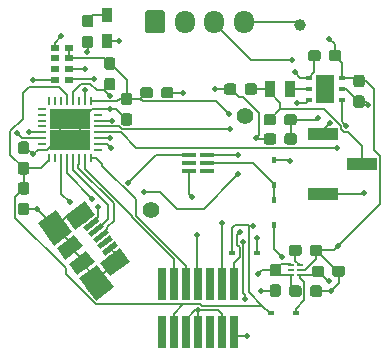
<source format=gbr>
G04 #@! TF.GenerationSoftware,KiCad,Pcbnew,(5.0.2)-1*
G04 #@! TF.CreationDate,2019-02-24T19:10:18-05:00*
G04 #@! TF.ProjectId,light_monitor,6c696768-745f-46d6-9f6e-69746f722e6b,R001*
G04 #@! TF.SameCoordinates,Original*
G04 #@! TF.FileFunction,Copper,L1,Top*
G04 #@! TF.FilePolarity,Positive*
%FSLAX46Y46*%
G04 Gerber Fmt 4.6, Leading zero omitted, Abs format (unit mm)*
G04 Created by KiCad (PCBNEW (5.0.2)-1) date 2/24/2019 7:10:18 PM*
%MOMM*%
%LPD*%
G01*
G04 APERTURE LIST*
G04 #@! TA.AperFunction,SMDPad,CuDef*
%ADD10R,0.530000X0.280000*%
G04 #@! TD*
G04 #@! TA.AperFunction,SMDPad,CuDef*
%ADD11R,0.530000X0.200000*%
G04 #@! TD*
G04 #@! TA.AperFunction,Conductor*
%ADD12C,0.100000*%
G04 #@! TD*
G04 #@! TA.AperFunction,ComponentPad*
%ADD13C,1.700000*%
G04 #@! TD*
G04 #@! TA.AperFunction,ComponentPad*
%ADD14O,1.700000X1.950000*%
G04 #@! TD*
G04 #@! TA.AperFunction,SMDPad,CuDef*
%ADD15R,0.900000X1.200000*%
G04 #@! TD*
G04 #@! TA.AperFunction,SMDPad,CuDef*
%ADD16R,1.725000X1.725000*%
G04 #@! TD*
G04 #@! TA.AperFunction,SMDPad,CuDef*
%ADD17R,0.700000X0.250000*%
G04 #@! TD*
G04 #@! TA.AperFunction,SMDPad,CuDef*
%ADD18R,0.250000X0.700000*%
G04 #@! TD*
G04 #@! TA.AperFunction,SMDPad,CuDef*
%ADD19R,0.900000X1.450000*%
G04 #@! TD*
G04 #@! TA.AperFunction,SMDPad,CuDef*
%ADD20R,0.800000X0.500000*%
G04 #@! TD*
G04 #@! TA.AperFunction,SMDPad,CuDef*
%ADD21R,1.200000X0.350000*%
G04 #@! TD*
G04 #@! TA.AperFunction,SMDPad,CuDef*
%ADD22R,0.740000X2.790000*%
G04 #@! TD*
G04 #@! TA.AperFunction,SMDPad,CuDef*
%ADD23R,1.500000X2.400000*%
G04 #@! TD*
G04 #@! TA.AperFunction,SMDPad,CuDef*
%ADD24R,0.600000X0.400000*%
G04 #@! TD*
G04 #@! TA.AperFunction,SMDPad,CuDef*
%ADD25C,0.950000*%
G04 #@! TD*
G04 #@! TA.AperFunction,SMDPad,CuDef*
%ADD26R,0.600000X0.450000*%
G04 #@! TD*
G04 #@! TA.AperFunction,SMDPad,CuDef*
%ADD27R,0.450000X0.600000*%
G04 #@! TD*
G04 #@! TA.AperFunction,SMDPad,CuDef*
%ADD28C,0.450000*%
G04 #@! TD*
G04 #@! TA.AperFunction,SMDPad,CuDef*
%ADD29C,1.475000*%
G04 #@! TD*
G04 #@! TA.AperFunction,SMDPad,CuDef*
%ADD30C,1.900000*%
G04 #@! TD*
G04 #@! TA.AperFunction,SMDPad,CuDef*
%ADD31C,1.175000*%
G04 #@! TD*
G04 #@! TA.AperFunction,SMDPad,CuDef*
%ADD32R,2.510000X1.000000*%
G04 #@! TD*
G04 #@! TA.AperFunction,BGAPad,CuDef*
%ADD33C,1.000000*%
G04 #@! TD*
G04 #@! TA.AperFunction,WasherPad*
%ADD34C,1.400000*%
G04 #@! TD*
G04 #@! TA.AperFunction,ViaPad*
%ADD35C,0.508000*%
G04 #@! TD*
G04 #@! TA.AperFunction,Conductor*
%ADD36C,0.152400*%
G04 #@! TD*
G04 #@! TA.AperFunction,Conductor*
%ADD37C,0.200000*%
G04 #@! TD*
G04 APERTURE END LIST*
D10*
G04 #@! TO.P,U4,6*
G04 #@! TO.N,Net-(C5-Pad1)*
X121272600Y-114700000D03*
D11*
G04 #@! TO.P,U4,5*
G04 #@! TO.N,Net-(U4-Pad5)*
X121272600Y-114300000D03*
D10*
G04 #@! TO.P,U4,4*
G04 #@! TO.N,Net-(C5-Pad1)*
X121272600Y-113900000D03*
G04 #@! TO.P,U4,3*
G04 #@! TO.N,Net-(C6-Pad1)*
X122008600Y-113900000D03*
D11*
G04 #@! TO.P,U4,2*
G04 #@! TO.N,GND*
X122008600Y-114300000D03*
D10*
G04 #@! TO.P,U4,1*
G04 #@! TO.N,Net-(C7-Pad1)*
X122008600Y-114700000D03*
G04 #@! TD*
D12*
G04 #@! TO.N,GND*
G04 #@! TO.C,J1*
G36*
X110352504Y-92315324D02*
X110376773Y-92318924D01*
X110400571Y-92324885D01*
X110423671Y-92333150D01*
X110445849Y-92343640D01*
X110466893Y-92356253D01*
X110486598Y-92370867D01*
X110504777Y-92387343D01*
X110521253Y-92405522D01*
X110535867Y-92425227D01*
X110548480Y-92446271D01*
X110558970Y-92468449D01*
X110567235Y-92491549D01*
X110573196Y-92515347D01*
X110576796Y-92539616D01*
X110578000Y-92564120D01*
X110578000Y-94014120D01*
X110576796Y-94038624D01*
X110573196Y-94062893D01*
X110567235Y-94086691D01*
X110558970Y-94109791D01*
X110548480Y-94131969D01*
X110535867Y-94153013D01*
X110521253Y-94172718D01*
X110504777Y-94190897D01*
X110486598Y-94207373D01*
X110466893Y-94221987D01*
X110445849Y-94234600D01*
X110423671Y-94245090D01*
X110400571Y-94253355D01*
X110376773Y-94259316D01*
X110352504Y-94262916D01*
X110328000Y-94264120D01*
X109128000Y-94264120D01*
X109103496Y-94262916D01*
X109079227Y-94259316D01*
X109055429Y-94253355D01*
X109032329Y-94245090D01*
X109010151Y-94234600D01*
X108989107Y-94221987D01*
X108969402Y-94207373D01*
X108951223Y-94190897D01*
X108934747Y-94172718D01*
X108920133Y-94153013D01*
X108907520Y-94131969D01*
X108897030Y-94109791D01*
X108888765Y-94086691D01*
X108882804Y-94062893D01*
X108879204Y-94038624D01*
X108878000Y-94014120D01*
X108878000Y-92564120D01*
X108879204Y-92539616D01*
X108882804Y-92515347D01*
X108888765Y-92491549D01*
X108897030Y-92468449D01*
X108907520Y-92446271D01*
X108920133Y-92425227D01*
X108934747Y-92405522D01*
X108951223Y-92387343D01*
X108969402Y-92370867D01*
X108989107Y-92356253D01*
X109010151Y-92343640D01*
X109032329Y-92333150D01*
X109055429Y-92324885D01*
X109079227Y-92318924D01*
X109103496Y-92315324D01*
X109128000Y-92314120D01*
X110328000Y-92314120D01*
X110352504Y-92315324D01*
X110352504Y-92315324D01*
G37*
D13*
G04 #@! TD*
G04 #@! TO.P,J1,1*
G04 #@! TO.N,GND*
X109728000Y-93289120D03*
D14*
G04 #@! TO.P,J1,2*
G04 #@! TO.N,Net-(J1-Pad2)*
X112228000Y-93289120D03*
G04 #@! TO.P,J1,3*
G04 #@! TO.N,Net-(J1-Pad3)*
X114728000Y-93289120D03*
G04 #@! TO.P,J1,4*
G04 #@! TO.N,Net-(J1-Pad4)*
X117228000Y-93289120D03*
G04 #@! TD*
D15*
G04 #@! TO.P,D1,2*
G04 #@! TO.N,Net-(D1-Pad2)*
X105623360Y-92735400D03*
G04 #@! TO.P,D1,1*
G04 #@! TO.N,GND*
X105623360Y-94935400D03*
G04 #@! TD*
D16*
G04 #@! TO.P,U1,33*
G04 #@! TO.N,GND*
X103376900Y-101524900D03*
X101651900Y-101524900D03*
X103376900Y-103249900D03*
X101651900Y-103249900D03*
D17*
G04 #@! TO.P,U1,32*
X104914400Y-100637400D03*
G04 #@! TO.P,U1,31*
G04 #@! TO.N,Net-(U1-Pad31)*
X104914400Y-101137400D03*
G04 #@! TO.P,U1,30*
G04 #@! TO.N,/RX*
X104914400Y-101637400D03*
G04 #@! TO.P,U1,29*
G04 #@! TO.N,/TX*
X104914400Y-102137400D03*
G04 #@! TO.P,U1,28*
G04 #@! TO.N,/SW_MODE*
X104914400Y-102637400D03*
G04 #@! TO.P,U1,27*
G04 #@! TO.N,/rtc_data*
X104914400Y-103137400D03*
G04 #@! TO.P,U1,26*
G04 #@! TO.N,/SWO*
X104914400Y-103637400D03*
G04 #@! TO.P,U1,25*
G04 #@! TO.N,Net-(U1-Pad25)*
X104914400Y-104137400D03*
D18*
G04 #@! TO.P,U1,24*
G04 #@! TO.N,/SWDCLK*
X104264400Y-104787400D03*
G04 #@! TO.P,U1,23*
G04 #@! TO.N,/SWDIO*
X103764400Y-104787400D03*
G04 #@! TO.P,U1,22*
G04 #@! TO.N,/USB_P*
X103264400Y-104787400D03*
G04 #@! TO.P,U1,21*
G04 #@! TO.N,/USB_N*
X102764400Y-104787400D03*
G04 #@! TO.P,U1,20*
G04 #@! TO.N,/sensor_data*
X102264400Y-104787400D03*
G04 #@! TO.P,U1,19*
G04 #@! TO.N,/sensor_clock*
X101764400Y-104787400D03*
G04 #@! TO.P,U1,18*
G04 #@! TO.N,Net-(U1-Pad18)*
X101264400Y-104787400D03*
G04 #@! TO.P,U1,17*
G04 #@! TO.N,VDD*
X100764400Y-104787400D03*
D17*
G04 #@! TO.P,U1,16*
G04 #@! TO.N,GND*
X100114400Y-104137400D03*
G04 #@! TO.P,U1,15*
G04 #@! TO.N,Net-(U1-Pad15)*
X100114400Y-103637400D03*
G04 #@! TO.P,U1,14*
G04 #@! TO.N,Net-(R1-Pad1)*
X100114400Y-103137400D03*
G04 #@! TO.P,U1,13*
G04 #@! TO.N,/rtc_clock*
X100114400Y-102637400D03*
G04 #@! TO.P,U1,12*
G04 #@! TO.N,Net-(U1-Pad12)*
X100114400Y-102137400D03*
G04 #@! TO.P,U1,11*
G04 #@! TO.N,Net-(U1-Pad11)*
X100114400Y-101637400D03*
G04 #@! TO.P,U1,10*
G04 #@! TO.N,Net-(U1-Pad10)*
X100114400Y-101137400D03*
G04 #@! TO.P,U1,9*
G04 #@! TO.N,Net-(U1-Pad9)*
X100114400Y-100637400D03*
D18*
G04 #@! TO.P,U1,8*
G04 #@! TO.N,Net-(U1-Pad8)*
X100764400Y-99987400D03*
G04 #@! TO.P,U1,7*
G04 #@! TO.N,Net-(U1-Pad7)*
X101264400Y-99987400D03*
G04 #@! TO.P,U1,6*
G04 #@! TO.N,Net-(U1-Pad6)*
X101764400Y-99987400D03*
G04 #@! TO.P,U1,5*
G04 #@! TO.N,VDD*
X102264400Y-99987400D03*
G04 #@! TO.P,U1,4*
G04 #@! TO.N,/NRST*
X102764400Y-99987400D03*
G04 #@! TO.P,U1,3*
G04 #@! TO.N,Net-(U1-Pad3)*
X103264400Y-99987400D03*
G04 #@! TO.P,U1,2*
G04 #@! TO.N,/oscillator*
X103764400Y-99987400D03*
G04 #@! TO.P,U1,1*
G04 #@! TO.N,VDD*
X104264400Y-99987400D03*
G04 #@! TD*
D19*
G04 #@! TO.P,L1,1*
G04 #@! TO.N,Net-(L1-Pad1)*
X121119900Y-98971100D03*
G04 #@! TO.P,L1,2*
G04 #@! TO.N,Net-(C1-Pad1)*
X119419900Y-98971100D03*
G04 #@! TD*
D20*
G04 #@! TO.P,U5,8*
G04 #@! TO.N,/rtc_clock*
X101233680Y-98164640D03*
G04 #@! TO.P,U5,7*
G04 #@! TO.N,Net-(U5-Pad7)*
X101233680Y-97264640D03*
G04 #@! TO.P,U5,6*
G04 #@! TO.N,Net-(U5-Pad6)*
X101233680Y-96364640D03*
G04 #@! TO.P,U5,5*
G04 #@! TO.N,GND*
X101233680Y-95464640D03*
G04 #@! TO.P,U5,4*
G04 #@! TO.N,VDD*
X102433680Y-95464640D03*
G04 #@! TO.P,U5,3*
X102433680Y-96364640D03*
G04 #@! TO.P,U5,2*
G04 #@! TO.N,/oscillator*
X102433680Y-97264640D03*
G04 #@! TO.P,U5,1*
G04 #@! TO.N,/rtc_data*
X102433680Y-98164640D03*
G04 #@! TD*
D21*
G04 #@! TO.P,IC1,1*
G04 #@! TO.N,/sensor_clock*
X112610200Y-104582200D03*
G04 #@! TO.P,IC1,2*
G04 #@! TO.N,Net-(IC1-Pad2)*
X112610200Y-105232200D03*
G04 #@! TO.P,IC1,3*
G04 #@! TO.N,GND*
X112610200Y-105882200D03*
G04 #@! TO.P,IC1,4*
G04 #@! TO.N,Net-(IC1-Pad4)*
X114110200Y-105882200D03*
G04 #@! TO.P,IC1,5*
G04 #@! TO.N,+VSW*
X114110200Y-105232200D03*
G04 #@! TO.P,IC1,6*
G04 #@! TO.N,/sensor_data*
X114110200Y-104582200D03*
G04 #@! TD*
D22*
G04 #@! TO.P,U2,1*
G04 #@! TO.N,Net-(U2-Pad1)*
X110286800Y-119542560D03*
G04 #@! TO.P,U2,2*
G04 #@! TO.N,Net-(U2-Pad2)*
X110286800Y-115478560D03*
G04 #@! TO.P,U2,3*
G04 #@! TO.N,VDD*
X111302800Y-119542560D03*
G04 #@! TO.P,U2,4*
G04 #@! TO.N,/SWDIO*
X111302800Y-115478560D03*
G04 #@! TO.P,U2,5*
G04 #@! TO.N,GND*
X112318800Y-119542560D03*
G04 #@! TO.P,U2,6*
G04 #@! TO.N,/SWDCLK*
X112318800Y-115478560D03*
G04 #@! TO.P,U2,7*
G04 #@! TO.N,GND*
X113334800Y-119542560D03*
G04 #@! TO.P,U2,8*
G04 #@! TO.N,/SWO*
X113334800Y-115478560D03*
G04 #@! TO.P,U2,9*
G04 #@! TO.N,Net-(U2-Pad9)*
X114350800Y-119542560D03*
G04 #@! TO.P,U2,10*
G04 #@! TO.N,Net-(U2-Pad10)*
X114350800Y-115478560D03*
G04 #@! TO.P,U2,11*
G04 #@! TO.N,GND*
X115366800Y-119542560D03*
G04 #@! TO.P,U2,12*
G04 #@! TO.N,/NRST*
X115366800Y-115478560D03*
G04 #@! TO.P,U2,13*
G04 #@! TO.N,/TX*
X116382800Y-119542560D03*
G04 #@! TO.P,U2,14*
G04 #@! TO.N,/RX*
X116382800Y-115478560D03*
G04 #@! TD*
D23*
G04 #@! TO.P,U3,7*
G04 #@! TO.N,N/C*
X124142500Y-98945700D03*
D24*
G04 #@! TO.P,U3,1*
G04 #@! TO.N,+3V3*
X122742500Y-97995700D03*
G04 #@! TO.P,U3,2*
G04 #@! TO.N,Net-(L1-Pad1)*
X122742500Y-98945700D03*
G04 #@! TO.P,U3,3*
G04 #@! TO.N,Net-(C3-Pad1)*
X122742500Y-99895700D03*
G04 #@! TO.P,U3,4*
G04 #@! TO.N,/SW_MODE*
X125542500Y-99895700D03*
G04 #@! TO.P,U3,5*
G04 #@! TO.N,Net-(C4-Pad1)*
X125542500Y-98945700D03*
G04 #@! TO.P,U3,6*
G04 #@! TO.N,GND*
X125542500Y-97995700D03*
G04 #@! TD*
D12*
G04 #@! TO.N,Net-(C1-Pad1)*
G04 #@! TO.C,C1*
G36*
X118147699Y-98499784D02*
X118170754Y-98503203D01*
X118193363Y-98508867D01*
X118215307Y-98516719D01*
X118236377Y-98526684D01*
X118256368Y-98538666D01*
X118275088Y-98552550D01*
X118292358Y-98568202D01*
X118308010Y-98585472D01*
X118321894Y-98604192D01*
X118333876Y-98624183D01*
X118343841Y-98645253D01*
X118351693Y-98667197D01*
X118357357Y-98689806D01*
X118360776Y-98712861D01*
X118361920Y-98736140D01*
X118361920Y-99211140D01*
X118360776Y-99234419D01*
X118357357Y-99257474D01*
X118351693Y-99280083D01*
X118343841Y-99302027D01*
X118333876Y-99323097D01*
X118321894Y-99343088D01*
X118308010Y-99361808D01*
X118292358Y-99379078D01*
X118275088Y-99394730D01*
X118256368Y-99408614D01*
X118236377Y-99420596D01*
X118215307Y-99430561D01*
X118193363Y-99438413D01*
X118170754Y-99444077D01*
X118147699Y-99447496D01*
X118124420Y-99448640D01*
X117549420Y-99448640D01*
X117526141Y-99447496D01*
X117503086Y-99444077D01*
X117480477Y-99438413D01*
X117458533Y-99430561D01*
X117437463Y-99420596D01*
X117417472Y-99408614D01*
X117398752Y-99394730D01*
X117381482Y-99379078D01*
X117365830Y-99361808D01*
X117351946Y-99343088D01*
X117339964Y-99323097D01*
X117329999Y-99302027D01*
X117322147Y-99280083D01*
X117316483Y-99257474D01*
X117313064Y-99234419D01*
X117311920Y-99211140D01*
X117311920Y-98736140D01*
X117313064Y-98712861D01*
X117316483Y-98689806D01*
X117322147Y-98667197D01*
X117329999Y-98645253D01*
X117339964Y-98624183D01*
X117351946Y-98604192D01*
X117365830Y-98585472D01*
X117381482Y-98568202D01*
X117398752Y-98552550D01*
X117417472Y-98538666D01*
X117437463Y-98526684D01*
X117458533Y-98516719D01*
X117480477Y-98508867D01*
X117503086Y-98503203D01*
X117526141Y-98499784D01*
X117549420Y-98498640D01*
X118124420Y-98498640D01*
X118147699Y-98499784D01*
X118147699Y-98499784D01*
G37*
D25*
G04 #@! TD*
G04 #@! TO.P,C1,1*
G04 #@! TO.N,Net-(C1-Pad1)*
X117836920Y-98973640D03*
D12*
G04 #@! TO.N,GND*
G04 #@! TO.C,C1*
G36*
X116397699Y-98499784D02*
X116420754Y-98503203D01*
X116443363Y-98508867D01*
X116465307Y-98516719D01*
X116486377Y-98526684D01*
X116506368Y-98538666D01*
X116525088Y-98552550D01*
X116542358Y-98568202D01*
X116558010Y-98585472D01*
X116571894Y-98604192D01*
X116583876Y-98624183D01*
X116593841Y-98645253D01*
X116601693Y-98667197D01*
X116607357Y-98689806D01*
X116610776Y-98712861D01*
X116611920Y-98736140D01*
X116611920Y-99211140D01*
X116610776Y-99234419D01*
X116607357Y-99257474D01*
X116601693Y-99280083D01*
X116593841Y-99302027D01*
X116583876Y-99323097D01*
X116571894Y-99343088D01*
X116558010Y-99361808D01*
X116542358Y-99379078D01*
X116525088Y-99394730D01*
X116506368Y-99408614D01*
X116486377Y-99420596D01*
X116465307Y-99430561D01*
X116443363Y-99438413D01*
X116420754Y-99444077D01*
X116397699Y-99447496D01*
X116374420Y-99448640D01*
X115799420Y-99448640D01*
X115776141Y-99447496D01*
X115753086Y-99444077D01*
X115730477Y-99438413D01*
X115708533Y-99430561D01*
X115687463Y-99420596D01*
X115667472Y-99408614D01*
X115648752Y-99394730D01*
X115631482Y-99379078D01*
X115615830Y-99361808D01*
X115601946Y-99343088D01*
X115589964Y-99323097D01*
X115579999Y-99302027D01*
X115572147Y-99280083D01*
X115566483Y-99257474D01*
X115563064Y-99234419D01*
X115561920Y-99211140D01*
X115561920Y-98736140D01*
X115563064Y-98712861D01*
X115566483Y-98689806D01*
X115572147Y-98667197D01*
X115579999Y-98645253D01*
X115589964Y-98624183D01*
X115601946Y-98604192D01*
X115615830Y-98585472D01*
X115631482Y-98568202D01*
X115648752Y-98552550D01*
X115667472Y-98538666D01*
X115687463Y-98526684D01*
X115708533Y-98516719D01*
X115730477Y-98508867D01*
X115753086Y-98503203D01*
X115776141Y-98499784D01*
X115799420Y-98498640D01*
X116374420Y-98498640D01*
X116397699Y-98499784D01*
X116397699Y-98499784D01*
G37*
D25*
G04 #@! TD*
G04 #@! TO.P,C1,2*
G04 #@! TO.N,GND*
X116086920Y-98973640D03*
D12*
G04 #@! TO.N,GND*
G04 #@! TO.C,C2*
G36*
X125277479Y-95677844D02*
X125300534Y-95681263D01*
X125323143Y-95686927D01*
X125345087Y-95694779D01*
X125366157Y-95704744D01*
X125386148Y-95716726D01*
X125404868Y-95730610D01*
X125422138Y-95746262D01*
X125437790Y-95763532D01*
X125451674Y-95782252D01*
X125463656Y-95802243D01*
X125473621Y-95823313D01*
X125481473Y-95845257D01*
X125487137Y-95867866D01*
X125490556Y-95890921D01*
X125491700Y-95914200D01*
X125491700Y-96389200D01*
X125490556Y-96412479D01*
X125487137Y-96435534D01*
X125481473Y-96458143D01*
X125473621Y-96480087D01*
X125463656Y-96501157D01*
X125451674Y-96521148D01*
X125437790Y-96539868D01*
X125422138Y-96557138D01*
X125404868Y-96572790D01*
X125386148Y-96586674D01*
X125366157Y-96598656D01*
X125345087Y-96608621D01*
X125323143Y-96616473D01*
X125300534Y-96622137D01*
X125277479Y-96625556D01*
X125254200Y-96626700D01*
X124679200Y-96626700D01*
X124655921Y-96625556D01*
X124632866Y-96622137D01*
X124610257Y-96616473D01*
X124588313Y-96608621D01*
X124567243Y-96598656D01*
X124547252Y-96586674D01*
X124528532Y-96572790D01*
X124511262Y-96557138D01*
X124495610Y-96539868D01*
X124481726Y-96521148D01*
X124469744Y-96501157D01*
X124459779Y-96480087D01*
X124451927Y-96458143D01*
X124446263Y-96435534D01*
X124442844Y-96412479D01*
X124441700Y-96389200D01*
X124441700Y-95914200D01*
X124442844Y-95890921D01*
X124446263Y-95867866D01*
X124451927Y-95845257D01*
X124459779Y-95823313D01*
X124469744Y-95802243D01*
X124481726Y-95782252D01*
X124495610Y-95763532D01*
X124511262Y-95746262D01*
X124528532Y-95730610D01*
X124547252Y-95716726D01*
X124567243Y-95704744D01*
X124588313Y-95694779D01*
X124610257Y-95686927D01*
X124632866Y-95681263D01*
X124655921Y-95677844D01*
X124679200Y-95676700D01*
X125254200Y-95676700D01*
X125277479Y-95677844D01*
X125277479Y-95677844D01*
G37*
D25*
G04 #@! TD*
G04 #@! TO.P,C2,2*
G04 #@! TO.N,GND*
X124966700Y-96151700D03*
D12*
G04 #@! TO.N,+3V3*
G04 #@! TO.C,C2*
G36*
X123527479Y-95677844D02*
X123550534Y-95681263D01*
X123573143Y-95686927D01*
X123595087Y-95694779D01*
X123616157Y-95704744D01*
X123636148Y-95716726D01*
X123654868Y-95730610D01*
X123672138Y-95746262D01*
X123687790Y-95763532D01*
X123701674Y-95782252D01*
X123713656Y-95802243D01*
X123723621Y-95823313D01*
X123731473Y-95845257D01*
X123737137Y-95867866D01*
X123740556Y-95890921D01*
X123741700Y-95914200D01*
X123741700Y-96389200D01*
X123740556Y-96412479D01*
X123737137Y-96435534D01*
X123731473Y-96458143D01*
X123723621Y-96480087D01*
X123713656Y-96501157D01*
X123701674Y-96521148D01*
X123687790Y-96539868D01*
X123672138Y-96557138D01*
X123654868Y-96572790D01*
X123636148Y-96586674D01*
X123616157Y-96598656D01*
X123595087Y-96608621D01*
X123573143Y-96616473D01*
X123550534Y-96622137D01*
X123527479Y-96625556D01*
X123504200Y-96626700D01*
X122929200Y-96626700D01*
X122905921Y-96625556D01*
X122882866Y-96622137D01*
X122860257Y-96616473D01*
X122838313Y-96608621D01*
X122817243Y-96598656D01*
X122797252Y-96586674D01*
X122778532Y-96572790D01*
X122761262Y-96557138D01*
X122745610Y-96539868D01*
X122731726Y-96521148D01*
X122719744Y-96501157D01*
X122709779Y-96480087D01*
X122701927Y-96458143D01*
X122696263Y-96435534D01*
X122692844Y-96412479D01*
X122691700Y-96389200D01*
X122691700Y-95914200D01*
X122692844Y-95890921D01*
X122696263Y-95867866D01*
X122701927Y-95845257D01*
X122709779Y-95823313D01*
X122719744Y-95802243D01*
X122731726Y-95782252D01*
X122745610Y-95763532D01*
X122761262Y-95746262D01*
X122778532Y-95730610D01*
X122797252Y-95716726D01*
X122817243Y-95704744D01*
X122838313Y-95694779D01*
X122860257Y-95686927D01*
X122882866Y-95681263D01*
X122905921Y-95677844D01*
X122929200Y-95676700D01*
X123504200Y-95676700D01*
X123527479Y-95677844D01*
X123527479Y-95677844D01*
G37*
D25*
G04 #@! TD*
G04 #@! TO.P,C2,1*
G04 #@! TO.N,+3V3*
X123216700Y-96151700D03*
D12*
G04 #@! TO.N,GND*
G04 #@! TO.C,C3*
G36*
X119765739Y-102721264D02*
X119788794Y-102724683D01*
X119811403Y-102730347D01*
X119833347Y-102738199D01*
X119854417Y-102748164D01*
X119874408Y-102760146D01*
X119893128Y-102774030D01*
X119910398Y-102789682D01*
X119926050Y-102806952D01*
X119939934Y-102825672D01*
X119951916Y-102845663D01*
X119961881Y-102866733D01*
X119969733Y-102888677D01*
X119975397Y-102911286D01*
X119978816Y-102934341D01*
X119979960Y-102957620D01*
X119979960Y-103432620D01*
X119978816Y-103455899D01*
X119975397Y-103478954D01*
X119969733Y-103501563D01*
X119961881Y-103523507D01*
X119951916Y-103544577D01*
X119939934Y-103564568D01*
X119926050Y-103583288D01*
X119910398Y-103600558D01*
X119893128Y-103616210D01*
X119874408Y-103630094D01*
X119854417Y-103642076D01*
X119833347Y-103652041D01*
X119811403Y-103659893D01*
X119788794Y-103665557D01*
X119765739Y-103668976D01*
X119742460Y-103670120D01*
X119167460Y-103670120D01*
X119144181Y-103668976D01*
X119121126Y-103665557D01*
X119098517Y-103659893D01*
X119076573Y-103652041D01*
X119055503Y-103642076D01*
X119035512Y-103630094D01*
X119016792Y-103616210D01*
X118999522Y-103600558D01*
X118983870Y-103583288D01*
X118969986Y-103564568D01*
X118958004Y-103544577D01*
X118948039Y-103523507D01*
X118940187Y-103501563D01*
X118934523Y-103478954D01*
X118931104Y-103455899D01*
X118929960Y-103432620D01*
X118929960Y-102957620D01*
X118931104Y-102934341D01*
X118934523Y-102911286D01*
X118940187Y-102888677D01*
X118948039Y-102866733D01*
X118958004Y-102845663D01*
X118969986Y-102825672D01*
X118983870Y-102806952D01*
X118999522Y-102789682D01*
X119016792Y-102774030D01*
X119035512Y-102760146D01*
X119055503Y-102748164D01*
X119076573Y-102738199D01*
X119098517Y-102730347D01*
X119121126Y-102724683D01*
X119144181Y-102721264D01*
X119167460Y-102720120D01*
X119742460Y-102720120D01*
X119765739Y-102721264D01*
X119765739Y-102721264D01*
G37*
D25*
G04 #@! TD*
G04 #@! TO.P,C3,2*
G04 #@! TO.N,GND*
X119454960Y-103195120D03*
D12*
G04 #@! TO.N,Net-(C3-Pad1)*
G04 #@! TO.C,C3*
G36*
X121515739Y-102721264D02*
X121538794Y-102724683D01*
X121561403Y-102730347D01*
X121583347Y-102738199D01*
X121604417Y-102748164D01*
X121624408Y-102760146D01*
X121643128Y-102774030D01*
X121660398Y-102789682D01*
X121676050Y-102806952D01*
X121689934Y-102825672D01*
X121701916Y-102845663D01*
X121711881Y-102866733D01*
X121719733Y-102888677D01*
X121725397Y-102911286D01*
X121728816Y-102934341D01*
X121729960Y-102957620D01*
X121729960Y-103432620D01*
X121728816Y-103455899D01*
X121725397Y-103478954D01*
X121719733Y-103501563D01*
X121711881Y-103523507D01*
X121701916Y-103544577D01*
X121689934Y-103564568D01*
X121676050Y-103583288D01*
X121660398Y-103600558D01*
X121643128Y-103616210D01*
X121624408Y-103630094D01*
X121604417Y-103642076D01*
X121583347Y-103652041D01*
X121561403Y-103659893D01*
X121538794Y-103665557D01*
X121515739Y-103668976D01*
X121492460Y-103670120D01*
X120917460Y-103670120D01*
X120894181Y-103668976D01*
X120871126Y-103665557D01*
X120848517Y-103659893D01*
X120826573Y-103652041D01*
X120805503Y-103642076D01*
X120785512Y-103630094D01*
X120766792Y-103616210D01*
X120749522Y-103600558D01*
X120733870Y-103583288D01*
X120719986Y-103564568D01*
X120708004Y-103544577D01*
X120698039Y-103523507D01*
X120690187Y-103501563D01*
X120684523Y-103478954D01*
X120681104Y-103455899D01*
X120679960Y-103432620D01*
X120679960Y-102957620D01*
X120681104Y-102934341D01*
X120684523Y-102911286D01*
X120690187Y-102888677D01*
X120698039Y-102866733D01*
X120708004Y-102845663D01*
X120719986Y-102825672D01*
X120733870Y-102806952D01*
X120749522Y-102789682D01*
X120766792Y-102774030D01*
X120785512Y-102760146D01*
X120805503Y-102748164D01*
X120826573Y-102738199D01*
X120848517Y-102730347D01*
X120871126Y-102724683D01*
X120894181Y-102721264D01*
X120917460Y-102720120D01*
X121492460Y-102720120D01*
X121515739Y-102721264D01*
X121515739Y-102721264D01*
G37*
D25*
G04 #@! TD*
G04 #@! TO.P,C3,1*
G04 #@! TO.N,Net-(C3-Pad1)*
X121204960Y-103195120D03*
D12*
G04 #@! TO.N,Net-(C4-Pad1)*
G04 #@! TO.C,C4*
G36*
X127250619Y-99512744D02*
X127273674Y-99516163D01*
X127296283Y-99521827D01*
X127318227Y-99529679D01*
X127339297Y-99539644D01*
X127359288Y-99551626D01*
X127378008Y-99565510D01*
X127395278Y-99581162D01*
X127410930Y-99598432D01*
X127424814Y-99617152D01*
X127436796Y-99637143D01*
X127446761Y-99658213D01*
X127454613Y-99680157D01*
X127460277Y-99702766D01*
X127463696Y-99725821D01*
X127464840Y-99749100D01*
X127464840Y-100324100D01*
X127463696Y-100347379D01*
X127460277Y-100370434D01*
X127454613Y-100393043D01*
X127446761Y-100414987D01*
X127436796Y-100436057D01*
X127424814Y-100456048D01*
X127410930Y-100474768D01*
X127395278Y-100492038D01*
X127378008Y-100507690D01*
X127359288Y-100521574D01*
X127339297Y-100533556D01*
X127318227Y-100543521D01*
X127296283Y-100551373D01*
X127273674Y-100557037D01*
X127250619Y-100560456D01*
X127227340Y-100561600D01*
X126752340Y-100561600D01*
X126729061Y-100560456D01*
X126706006Y-100557037D01*
X126683397Y-100551373D01*
X126661453Y-100543521D01*
X126640383Y-100533556D01*
X126620392Y-100521574D01*
X126601672Y-100507690D01*
X126584402Y-100492038D01*
X126568750Y-100474768D01*
X126554866Y-100456048D01*
X126542884Y-100436057D01*
X126532919Y-100414987D01*
X126525067Y-100393043D01*
X126519403Y-100370434D01*
X126515984Y-100347379D01*
X126514840Y-100324100D01*
X126514840Y-99749100D01*
X126515984Y-99725821D01*
X126519403Y-99702766D01*
X126525067Y-99680157D01*
X126532919Y-99658213D01*
X126542884Y-99637143D01*
X126554866Y-99617152D01*
X126568750Y-99598432D01*
X126584402Y-99581162D01*
X126601672Y-99565510D01*
X126620392Y-99551626D01*
X126640383Y-99539644D01*
X126661453Y-99529679D01*
X126683397Y-99521827D01*
X126706006Y-99516163D01*
X126729061Y-99512744D01*
X126752340Y-99511600D01*
X127227340Y-99511600D01*
X127250619Y-99512744D01*
X127250619Y-99512744D01*
G37*
D25*
G04 #@! TD*
G04 #@! TO.P,C4,1*
G04 #@! TO.N,Net-(C4-Pad1)*
X126989840Y-100036600D03*
D12*
G04 #@! TO.N,GND*
G04 #@! TO.C,C4*
G36*
X127250619Y-97762744D02*
X127273674Y-97766163D01*
X127296283Y-97771827D01*
X127318227Y-97779679D01*
X127339297Y-97789644D01*
X127359288Y-97801626D01*
X127378008Y-97815510D01*
X127395278Y-97831162D01*
X127410930Y-97848432D01*
X127424814Y-97867152D01*
X127436796Y-97887143D01*
X127446761Y-97908213D01*
X127454613Y-97930157D01*
X127460277Y-97952766D01*
X127463696Y-97975821D01*
X127464840Y-97999100D01*
X127464840Y-98574100D01*
X127463696Y-98597379D01*
X127460277Y-98620434D01*
X127454613Y-98643043D01*
X127446761Y-98664987D01*
X127436796Y-98686057D01*
X127424814Y-98706048D01*
X127410930Y-98724768D01*
X127395278Y-98742038D01*
X127378008Y-98757690D01*
X127359288Y-98771574D01*
X127339297Y-98783556D01*
X127318227Y-98793521D01*
X127296283Y-98801373D01*
X127273674Y-98807037D01*
X127250619Y-98810456D01*
X127227340Y-98811600D01*
X126752340Y-98811600D01*
X126729061Y-98810456D01*
X126706006Y-98807037D01*
X126683397Y-98801373D01*
X126661453Y-98793521D01*
X126640383Y-98783556D01*
X126620392Y-98771574D01*
X126601672Y-98757690D01*
X126584402Y-98742038D01*
X126568750Y-98724768D01*
X126554866Y-98706048D01*
X126542884Y-98686057D01*
X126532919Y-98664987D01*
X126525067Y-98643043D01*
X126519403Y-98620434D01*
X126515984Y-98597379D01*
X126514840Y-98574100D01*
X126514840Y-97999100D01*
X126515984Y-97975821D01*
X126519403Y-97952766D01*
X126525067Y-97930157D01*
X126532919Y-97908213D01*
X126542884Y-97887143D01*
X126554866Y-97867152D01*
X126568750Y-97848432D01*
X126584402Y-97831162D01*
X126601672Y-97815510D01*
X126620392Y-97801626D01*
X126640383Y-97789644D01*
X126661453Y-97779679D01*
X126683397Y-97771827D01*
X126706006Y-97766163D01*
X126729061Y-97762744D01*
X126752340Y-97761600D01*
X127227340Y-97761600D01*
X127250619Y-97762744D01*
X127250619Y-97762744D01*
G37*
D25*
G04 #@! TD*
G04 #@! TO.P,C4,2*
G04 #@! TO.N,GND*
X126989840Y-98286600D03*
D12*
G04 #@! TO.N,GND*
G04 #@! TO.C,C5*
G36*
X123668419Y-115604144D02*
X123691474Y-115607563D01*
X123714083Y-115613227D01*
X123736027Y-115621079D01*
X123757097Y-115631044D01*
X123777088Y-115643026D01*
X123795808Y-115656910D01*
X123813078Y-115672562D01*
X123828730Y-115689832D01*
X123842614Y-115708552D01*
X123854596Y-115728543D01*
X123864561Y-115749613D01*
X123872413Y-115771557D01*
X123878077Y-115794166D01*
X123881496Y-115817221D01*
X123882640Y-115840500D01*
X123882640Y-116315500D01*
X123881496Y-116338779D01*
X123878077Y-116361834D01*
X123872413Y-116384443D01*
X123864561Y-116406387D01*
X123854596Y-116427457D01*
X123842614Y-116447448D01*
X123828730Y-116466168D01*
X123813078Y-116483438D01*
X123795808Y-116499090D01*
X123777088Y-116512974D01*
X123757097Y-116524956D01*
X123736027Y-116534921D01*
X123714083Y-116542773D01*
X123691474Y-116548437D01*
X123668419Y-116551856D01*
X123645140Y-116553000D01*
X123070140Y-116553000D01*
X123046861Y-116551856D01*
X123023806Y-116548437D01*
X123001197Y-116542773D01*
X122979253Y-116534921D01*
X122958183Y-116524956D01*
X122938192Y-116512974D01*
X122919472Y-116499090D01*
X122902202Y-116483438D01*
X122886550Y-116466168D01*
X122872666Y-116447448D01*
X122860684Y-116427457D01*
X122850719Y-116406387D01*
X122842867Y-116384443D01*
X122837203Y-116361834D01*
X122833784Y-116338779D01*
X122832640Y-116315500D01*
X122832640Y-115840500D01*
X122833784Y-115817221D01*
X122837203Y-115794166D01*
X122842867Y-115771557D01*
X122850719Y-115749613D01*
X122860684Y-115728543D01*
X122872666Y-115708552D01*
X122886550Y-115689832D01*
X122902202Y-115672562D01*
X122919472Y-115656910D01*
X122938192Y-115643026D01*
X122958183Y-115631044D01*
X122979253Y-115621079D01*
X123001197Y-115613227D01*
X123023806Y-115607563D01*
X123046861Y-115604144D01*
X123070140Y-115603000D01*
X123645140Y-115603000D01*
X123668419Y-115604144D01*
X123668419Y-115604144D01*
G37*
D25*
G04 #@! TD*
G04 #@! TO.P,C5,2*
G04 #@! TO.N,GND*
X123357640Y-116078000D03*
D12*
G04 #@! TO.N,Net-(C5-Pad1)*
G04 #@! TO.C,C5*
G36*
X121918419Y-115604144D02*
X121941474Y-115607563D01*
X121964083Y-115613227D01*
X121986027Y-115621079D01*
X122007097Y-115631044D01*
X122027088Y-115643026D01*
X122045808Y-115656910D01*
X122063078Y-115672562D01*
X122078730Y-115689832D01*
X122092614Y-115708552D01*
X122104596Y-115728543D01*
X122114561Y-115749613D01*
X122122413Y-115771557D01*
X122128077Y-115794166D01*
X122131496Y-115817221D01*
X122132640Y-115840500D01*
X122132640Y-116315500D01*
X122131496Y-116338779D01*
X122128077Y-116361834D01*
X122122413Y-116384443D01*
X122114561Y-116406387D01*
X122104596Y-116427457D01*
X122092614Y-116447448D01*
X122078730Y-116466168D01*
X122063078Y-116483438D01*
X122045808Y-116499090D01*
X122027088Y-116512974D01*
X122007097Y-116524956D01*
X121986027Y-116534921D01*
X121964083Y-116542773D01*
X121941474Y-116548437D01*
X121918419Y-116551856D01*
X121895140Y-116553000D01*
X121320140Y-116553000D01*
X121296861Y-116551856D01*
X121273806Y-116548437D01*
X121251197Y-116542773D01*
X121229253Y-116534921D01*
X121208183Y-116524956D01*
X121188192Y-116512974D01*
X121169472Y-116499090D01*
X121152202Y-116483438D01*
X121136550Y-116466168D01*
X121122666Y-116447448D01*
X121110684Y-116427457D01*
X121100719Y-116406387D01*
X121092867Y-116384443D01*
X121087203Y-116361834D01*
X121083784Y-116338779D01*
X121082640Y-116315500D01*
X121082640Y-115840500D01*
X121083784Y-115817221D01*
X121087203Y-115794166D01*
X121092867Y-115771557D01*
X121100719Y-115749613D01*
X121110684Y-115728543D01*
X121122666Y-115708552D01*
X121136550Y-115689832D01*
X121152202Y-115672562D01*
X121169472Y-115656910D01*
X121188192Y-115643026D01*
X121208183Y-115631044D01*
X121229253Y-115621079D01*
X121251197Y-115613227D01*
X121273806Y-115607563D01*
X121296861Y-115604144D01*
X121320140Y-115603000D01*
X121895140Y-115603000D01*
X121918419Y-115604144D01*
X121918419Y-115604144D01*
G37*
D25*
G04 #@! TD*
G04 #@! TO.P,C5,1*
G04 #@! TO.N,Net-(C5-Pad1)*
X121607640Y-116078000D03*
D12*
G04 #@! TO.N,Net-(C6-Pad1)*
G04 #@! TO.C,C6*
G36*
X121914579Y-112149744D02*
X121937634Y-112153163D01*
X121960243Y-112158827D01*
X121982187Y-112166679D01*
X122003257Y-112176644D01*
X122023248Y-112188626D01*
X122041968Y-112202510D01*
X122059238Y-112218162D01*
X122074890Y-112235432D01*
X122088774Y-112254152D01*
X122100756Y-112274143D01*
X122110721Y-112295213D01*
X122118573Y-112317157D01*
X122124237Y-112339766D01*
X122127656Y-112362821D01*
X122128800Y-112386100D01*
X122128800Y-112861100D01*
X122127656Y-112884379D01*
X122124237Y-112907434D01*
X122118573Y-112930043D01*
X122110721Y-112951987D01*
X122100756Y-112973057D01*
X122088774Y-112993048D01*
X122074890Y-113011768D01*
X122059238Y-113029038D01*
X122041968Y-113044690D01*
X122023248Y-113058574D01*
X122003257Y-113070556D01*
X121982187Y-113080521D01*
X121960243Y-113088373D01*
X121937634Y-113094037D01*
X121914579Y-113097456D01*
X121891300Y-113098600D01*
X121316300Y-113098600D01*
X121293021Y-113097456D01*
X121269966Y-113094037D01*
X121247357Y-113088373D01*
X121225413Y-113080521D01*
X121204343Y-113070556D01*
X121184352Y-113058574D01*
X121165632Y-113044690D01*
X121148362Y-113029038D01*
X121132710Y-113011768D01*
X121118826Y-112993048D01*
X121106844Y-112973057D01*
X121096879Y-112951987D01*
X121089027Y-112930043D01*
X121083363Y-112907434D01*
X121079944Y-112884379D01*
X121078800Y-112861100D01*
X121078800Y-112386100D01*
X121079944Y-112362821D01*
X121083363Y-112339766D01*
X121089027Y-112317157D01*
X121096879Y-112295213D01*
X121106844Y-112274143D01*
X121118826Y-112254152D01*
X121132710Y-112235432D01*
X121148362Y-112218162D01*
X121165632Y-112202510D01*
X121184352Y-112188626D01*
X121204343Y-112176644D01*
X121225413Y-112166679D01*
X121247357Y-112158827D01*
X121269966Y-112153163D01*
X121293021Y-112149744D01*
X121316300Y-112148600D01*
X121891300Y-112148600D01*
X121914579Y-112149744D01*
X121914579Y-112149744D01*
G37*
D25*
G04 #@! TD*
G04 #@! TO.P,C6,1*
G04 #@! TO.N,Net-(C6-Pad1)*
X121603800Y-112623600D03*
D12*
G04 #@! TO.N,GND*
G04 #@! TO.C,C6*
G36*
X123664579Y-112149744D02*
X123687634Y-112153163D01*
X123710243Y-112158827D01*
X123732187Y-112166679D01*
X123753257Y-112176644D01*
X123773248Y-112188626D01*
X123791968Y-112202510D01*
X123809238Y-112218162D01*
X123824890Y-112235432D01*
X123838774Y-112254152D01*
X123850756Y-112274143D01*
X123860721Y-112295213D01*
X123868573Y-112317157D01*
X123874237Y-112339766D01*
X123877656Y-112362821D01*
X123878800Y-112386100D01*
X123878800Y-112861100D01*
X123877656Y-112884379D01*
X123874237Y-112907434D01*
X123868573Y-112930043D01*
X123860721Y-112951987D01*
X123850756Y-112973057D01*
X123838774Y-112993048D01*
X123824890Y-113011768D01*
X123809238Y-113029038D01*
X123791968Y-113044690D01*
X123773248Y-113058574D01*
X123753257Y-113070556D01*
X123732187Y-113080521D01*
X123710243Y-113088373D01*
X123687634Y-113094037D01*
X123664579Y-113097456D01*
X123641300Y-113098600D01*
X123066300Y-113098600D01*
X123043021Y-113097456D01*
X123019966Y-113094037D01*
X122997357Y-113088373D01*
X122975413Y-113080521D01*
X122954343Y-113070556D01*
X122934352Y-113058574D01*
X122915632Y-113044690D01*
X122898362Y-113029038D01*
X122882710Y-113011768D01*
X122868826Y-112993048D01*
X122856844Y-112973057D01*
X122846879Y-112951987D01*
X122839027Y-112930043D01*
X122833363Y-112907434D01*
X122829944Y-112884379D01*
X122828800Y-112861100D01*
X122828800Y-112386100D01*
X122829944Y-112362821D01*
X122833363Y-112339766D01*
X122839027Y-112317157D01*
X122846879Y-112295213D01*
X122856844Y-112274143D01*
X122868826Y-112254152D01*
X122882710Y-112235432D01*
X122898362Y-112218162D01*
X122915632Y-112202510D01*
X122934352Y-112188626D01*
X122954343Y-112176644D01*
X122975413Y-112166679D01*
X122997357Y-112158827D01*
X123019966Y-112153163D01*
X123043021Y-112149744D01*
X123066300Y-112148600D01*
X123641300Y-112148600D01*
X123664579Y-112149744D01*
X123664579Y-112149744D01*
G37*
D25*
G04 #@! TD*
G04 #@! TO.P,C6,2*
G04 #@! TO.N,GND*
X123353800Y-112623600D03*
D12*
G04 #@! TO.N,Net-(C7-Pad1)*
G04 #@! TO.C,C7*
G36*
X123819579Y-113927744D02*
X123842634Y-113931163D01*
X123865243Y-113936827D01*
X123887187Y-113944679D01*
X123908257Y-113954644D01*
X123928248Y-113966626D01*
X123946968Y-113980510D01*
X123964238Y-113996162D01*
X123979890Y-114013432D01*
X123993774Y-114032152D01*
X124005756Y-114052143D01*
X124015721Y-114073213D01*
X124023573Y-114095157D01*
X124029237Y-114117766D01*
X124032656Y-114140821D01*
X124033800Y-114164100D01*
X124033800Y-114639100D01*
X124032656Y-114662379D01*
X124029237Y-114685434D01*
X124023573Y-114708043D01*
X124015721Y-114729987D01*
X124005756Y-114751057D01*
X123993774Y-114771048D01*
X123979890Y-114789768D01*
X123964238Y-114807038D01*
X123946968Y-114822690D01*
X123928248Y-114836574D01*
X123908257Y-114848556D01*
X123887187Y-114858521D01*
X123865243Y-114866373D01*
X123842634Y-114872037D01*
X123819579Y-114875456D01*
X123796300Y-114876600D01*
X123221300Y-114876600D01*
X123198021Y-114875456D01*
X123174966Y-114872037D01*
X123152357Y-114866373D01*
X123130413Y-114858521D01*
X123109343Y-114848556D01*
X123089352Y-114836574D01*
X123070632Y-114822690D01*
X123053362Y-114807038D01*
X123037710Y-114789768D01*
X123023826Y-114771048D01*
X123011844Y-114751057D01*
X123001879Y-114729987D01*
X122994027Y-114708043D01*
X122988363Y-114685434D01*
X122984944Y-114662379D01*
X122983800Y-114639100D01*
X122983800Y-114164100D01*
X122984944Y-114140821D01*
X122988363Y-114117766D01*
X122994027Y-114095157D01*
X123001879Y-114073213D01*
X123011844Y-114052143D01*
X123023826Y-114032152D01*
X123037710Y-114013432D01*
X123053362Y-113996162D01*
X123070632Y-113980510D01*
X123089352Y-113966626D01*
X123109343Y-113954644D01*
X123130413Y-113944679D01*
X123152357Y-113936827D01*
X123174966Y-113931163D01*
X123198021Y-113927744D01*
X123221300Y-113926600D01*
X123796300Y-113926600D01*
X123819579Y-113927744D01*
X123819579Y-113927744D01*
G37*
D25*
G04 #@! TD*
G04 #@! TO.P,C7,1*
G04 #@! TO.N,Net-(C7-Pad1)*
X123508800Y-114401600D03*
D12*
G04 #@! TO.N,GND*
G04 #@! TO.C,C7*
G36*
X125569579Y-113927744D02*
X125592634Y-113931163D01*
X125615243Y-113936827D01*
X125637187Y-113944679D01*
X125658257Y-113954644D01*
X125678248Y-113966626D01*
X125696968Y-113980510D01*
X125714238Y-113996162D01*
X125729890Y-114013432D01*
X125743774Y-114032152D01*
X125755756Y-114052143D01*
X125765721Y-114073213D01*
X125773573Y-114095157D01*
X125779237Y-114117766D01*
X125782656Y-114140821D01*
X125783800Y-114164100D01*
X125783800Y-114639100D01*
X125782656Y-114662379D01*
X125779237Y-114685434D01*
X125773573Y-114708043D01*
X125765721Y-114729987D01*
X125755756Y-114751057D01*
X125743774Y-114771048D01*
X125729890Y-114789768D01*
X125714238Y-114807038D01*
X125696968Y-114822690D01*
X125678248Y-114836574D01*
X125658257Y-114848556D01*
X125637187Y-114858521D01*
X125615243Y-114866373D01*
X125592634Y-114872037D01*
X125569579Y-114875456D01*
X125546300Y-114876600D01*
X124971300Y-114876600D01*
X124948021Y-114875456D01*
X124924966Y-114872037D01*
X124902357Y-114866373D01*
X124880413Y-114858521D01*
X124859343Y-114848556D01*
X124839352Y-114836574D01*
X124820632Y-114822690D01*
X124803362Y-114807038D01*
X124787710Y-114789768D01*
X124773826Y-114771048D01*
X124761844Y-114751057D01*
X124751879Y-114729987D01*
X124744027Y-114708043D01*
X124738363Y-114685434D01*
X124734944Y-114662379D01*
X124733800Y-114639100D01*
X124733800Y-114164100D01*
X124734944Y-114140821D01*
X124738363Y-114117766D01*
X124744027Y-114095157D01*
X124751879Y-114073213D01*
X124761844Y-114052143D01*
X124773826Y-114032152D01*
X124787710Y-114013432D01*
X124803362Y-113996162D01*
X124820632Y-113980510D01*
X124839352Y-113966626D01*
X124859343Y-113954644D01*
X124880413Y-113944679D01*
X124902357Y-113936827D01*
X124924966Y-113931163D01*
X124948021Y-113927744D01*
X124971300Y-113926600D01*
X125546300Y-113926600D01*
X125569579Y-113927744D01*
X125569579Y-113927744D01*
G37*
D25*
G04 #@! TD*
G04 #@! TO.P,C7,2*
G04 #@! TO.N,GND*
X125258800Y-114401600D03*
D26*
G04 #@! TO.P,D2,2*
G04 #@! TO.N,+3V3*
X118320240Y-112887760D03*
G04 #@! TO.P,D2,1*
G04 #@! TO.N,VDD*
X116220240Y-112887760D03*
G04 #@! TD*
G04 #@! TO.P,D3,1*
G04 #@! TO.N,VDD*
X119528880Y-117962680D03*
G04 #@! TO.P,D3,2*
G04 #@! TO.N,Net-(C7-Pad1)*
X121628880Y-117962680D03*
G04 #@! TD*
D27*
G04 #@! TO.P,D4,1*
G04 #@! TO.N,+VSW*
X119806720Y-108393520D03*
G04 #@! TO.P,D4,2*
G04 #@! TO.N,Net-(C7-Pad1)*
X119806720Y-110493520D03*
G04 #@! TD*
G04 #@! TO.P,D5,2*
G04 #@! TO.N,Net-(C4-Pad1)*
X119801640Y-105020400D03*
G04 #@! TO.P,D5,1*
G04 #@! TO.N,+VSW*
X119801640Y-107120400D03*
G04 #@! TD*
D12*
G04 #@! TO.N,Net-(R1-Pad1)*
G04 #@! TO.C,R1*
G36*
X104273779Y-94458144D02*
X104296834Y-94461563D01*
X104319443Y-94467227D01*
X104341387Y-94475079D01*
X104362457Y-94485044D01*
X104382448Y-94497026D01*
X104401168Y-94510910D01*
X104418438Y-94526562D01*
X104434090Y-94543832D01*
X104447974Y-94562552D01*
X104459956Y-94582543D01*
X104469921Y-94603613D01*
X104477773Y-94625557D01*
X104483437Y-94648166D01*
X104486856Y-94671221D01*
X104488000Y-94694500D01*
X104488000Y-95269500D01*
X104486856Y-95292779D01*
X104483437Y-95315834D01*
X104477773Y-95338443D01*
X104469921Y-95360387D01*
X104459956Y-95381457D01*
X104447974Y-95401448D01*
X104434090Y-95420168D01*
X104418438Y-95437438D01*
X104401168Y-95453090D01*
X104382448Y-95466974D01*
X104362457Y-95478956D01*
X104341387Y-95488921D01*
X104319443Y-95496773D01*
X104296834Y-95502437D01*
X104273779Y-95505856D01*
X104250500Y-95507000D01*
X103775500Y-95507000D01*
X103752221Y-95505856D01*
X103729166Y-95502437D01*
X103706557Y-95496773D01*
X103684613Y-95488921D01*
X103663543Y-95478956D01*
X103643552Y-95466974D01*
X103624832Y-95453090D01*
X103607562Y-95437438D01*
X103591910Y-95420168D01*
X103578026Y-95401448D01*
X103566044Y-95381457D01*
X103556079Y-95360387D01*
X103548227Y-95338443D01*
X103542563Y-95315834D01*
X103539144Y-95292779D01*
X103538000Y-95269500D01*
X103538000Y-94694500D01*
X103539144Y-94671221D01*
X103542563Y-94648166D01*
X103548227Y-94625557D01*
X103556079Y-94603613D01*
X103566044Y-94582543D01*
X103578026Y-94562552D01*
X103591910Y-94543832D01*
X103607562Y-94526562D01*
X103624832Y-94510910D01*
X103643552Y-94497026D01*
X103663543Y-94485044D01*
X103684613Y-94475079D01*
X103706557Y-94467227D01*
X103729166Y-94461563D01*
X103752221Y-94458144D01*
X103775500Y-94457000D01*
X104250500Y-94457000D01*
X104273779Y-94458144D01*
X104273779Y-94458144D01*
G37*
D25*
G04 #@! TD*
G04 #@! TO.P,R1,1*
G04 #@! TO.N,Net-(R1-Pad1)*
X104013000Y-94982000D03*
D12*
G04 #@! TO.N,Net-(D1-Pad2)*
G04 #@! TO.C,R1*
G36*
X104273779Y-92708144D02*
X104296834Y-92711563D01*
X104319443Y-92717227D01*
X104341387Y-92725079D01*
X104362457Y-92735044D01*
X104382448Y-92747026D01*
X104401168Y-92760910D01*
X104418438Y-92776562D01*
X104434090Y-92793832D01*
X104447974Y-92812552D01*
X104459956Y-92832543D01*
X104469921Y-92853613D01*
X104477773Y-92875557D01*
X104483437Y-92898166D01*
X104486856Y-92921221D01*
X104488000Y-92944500D01*
X104488000Y-93519500D01*
X104486856Y-93542779D01*
X104483437Y-93565834D01*
X104477773Y-93588443D01*
X104469921Y-93610387D01*
X104459956Y-93631457D01*
X104447974Y-93651448D01*
X104434090Y-93670168D01*
X104418438Y-93687438D01*
X104401168Y-93703090D01*
X104382448Y-93716974D01*
X104362457Y-93728956D01*
X104341387Y-93738921D01*
X104319443Y-93746773D01*
X104296834Y-93752437D01*
X104273779Y-93755856D01*
X104250500Y-93757000D01*
X103775500Y-93757000D01*
X103752221Y-93755856D01*
X103729166Y-93752437D01*
X103706557Y-93746773D01*
X103684613Y-93738921D01*
X103663543Y-93728956D01*
X103643552Y-93716974D01*
X103624832Y-93703090D01*
X103607562Y-93687438D01*
X103591910Y-93670168D01*
X103578026Y-93651448D01*
X103566044Y-93631457D01*
X103556079Y-93610387D01*
X103548227Y-93588443D01*
X103542563Y-93565834D01*
X103539144Y-93542779D01*
X103538000Y-93519500D01*
X103538000Y-92944500D01*
X103539144Y-92921221D01*
X103542563Y-92898166D01*
X103548227Y-92875557D01*
X103556079Y-92853613D01*
X103566044Y-92832543D01*
X103578026Y-92812552D01*
X103591910Y-92793832D01*
X103607562Y-92776562D01*
X103624832Y-92760910D01*
X103643552Y-92747026D01*
X103663543Y-92735044D01*
X103684613Y-92725079D01*
X103706557Y-92717227D01*
X103729166Y-92711563D01*
X103752221Y-92708144D01*
X103775500Y-92707000D01*
X104250500Y-92707000D01*
X104273779Y-92708144D01*
X104273779Y-92708144D01*
G37*
D25*
G04 #@! TD*
G04 #@! TO.P,R1,2*
G04 #@! TO.N,Net-(D1-Pad2)*
X104013000Y-93232000D03*
D12*
G04 #@! TO.N,VDD*
G04 #@! TO.C,R2*
G36*
X106158459Y-96284464D02*
X106181514Y-96287883D01*
X106204123Y-96293547D01*
X106226067Y-96301399D01*
X106247137Y-96311364D01*
X106267128Y-96323346D01*
X106285848Y-96337230D01*
X106303118Y-96352882D01*
X106318770Y-96370152D01*
X106332654Y-96388872D01*
X106344636Y-96408863D01*
X106354601Y-96429933D01*
X106362453Y-96451877D01*
X106368117Y-96474486D01*
X106371536Y-96497541D01*
X106372680Y-96520820D01*
X106372680Y-97095820D01*
X106371536Y-97119099D01*
X106368117Y-97142154D01*
X106362453Y-97164763D01*
X106354601Y-97186707D01*
X106344636Y-97207777D01*
X106332654Y-97227768D01*
X106318770Y-97246488D01*
X106303118Y-97263758D01*
X106285848Y-97279410D01*
X106267128Y-97293294D01*
X106247137Y-97305276D01*
X106226067Y-97315241D01*
X106204123Y-97323093D01*
X106181514Y-97328757D01*
X106158459Y-97332176D01*
X106135180Y-97333320D01*
X105660180Y-97333320D01*
X105636901Y-97332176D01*
X105613846Y-97328757D01*
X105591237Y-97323093D01*
X105569293Y-97315241D01*
X105548223Y-97305276D01*
X105528232Y-97293294D01*
X105509512Y-97279410D01*
X105492242Y-97263758D01*
X105476590Y-97246488D01*
X105462706Y-97227768D01*
X105450724Y-97207777D01*
X105440759Y-97186707D01*
X105432907Y-97164763D01*
X105427243Y-97142154D01*
X105423824Y-97119099D01*
X105422680Y-97095820D01*
X105422680Y-96520820D01*
X105423824Y-96497541D01*
X105427243Y-96474486D01*
X105432907Y-96451877D01*
X105440759Y-96429933D01*
X105450724Y-96408863D01*
X105462706Y-96388872D01*
X105476590Y-96370152D01*
X105492242Y-96352882D01*
X105509512Y-96337230D01*
X105528232Y-96323346D01*
X105548223Y-96311364D01*
X105569293Y-96301399D01*
X105591237Y-96293547D01*
X105613846Y-96287883D01*
X105636901Y-96284464D01*
X105660180Y-96283320D01*
X106135180Y-96283320D01*
X106158459Y-96284464D01*
X106158459Y-96284464D01*
G37*
D25*
G04 #@! TD*
G04 #@! TO.P,R2,1*
G04 #@! TO.N,VDD*
X105897680Y-96808320D03*
D12*
G04 #@! TO.N,/NRST*
G04 #@! TO.C,R2*
G36*
X106158459Y-98034464D02*
X106181514Y-98037883D01*
X106204123Y-98043547D01*
X106226067Y-98051399D01*
X106247137Y-98061364D01*
X106267128Y-98073346D01*
X106285848Y-98087230D01*
X106303118Y-98102882D01*
X106318770Y-98120152D01*
X106332654Y-98138872D01*
X106344636Y-98158863D01*
X106354601Y-98179933D01*
X106362453Y-98201877D01*
X106368117Y-98224486D01*
X106371536Y-98247541D01*
X106372680Y-98270820D01*
X106372680Y-98845820D01*
X106371536Y-98869099D01*
X106368117Y-98892154D01*
X106362453Y-98914763D01*
X106354601Y-98936707D01*
X106344636Y-98957777D01*
X106332654Y-98977768D01*
X106318770Y-98996488D01*
X106303118Y-99013758D01*
X106285848Y-99029410D01*
X106267128Y-99043294D01*
X106247137Y-99055276D01*
X106226067Y-99065241D01*
X106204123Y-99073093D01*
X106181514Y-99078757D01*
X106158459Y-99082176D01*
X106135180Y-99083320D01*
X105660180Y-99083320D01*
X105636901Y-99082176D01*
X105613846Y-99078757D01*
X105591237Y-99073093D01*
X105569293Y-99065241D01*
X105548223Y-99055276D01*
X105528232Y-99043294D01*
X105509512Y-99029410D01*
X105492242Y-99013758D01*
X105476590Y-98996488D01*
X105462706Y-98977768D01*
X105450724Y-98957777D01*
X105440759Y-98936707D01*
X105432907Y-98914763D01*
X105427243Y-98892154D01*
X105423824Y-98869099D01*
X105422680Y-98845820D01*
X105422680Y-98270820D01*
X105423824Y-98247541D01*
X105427243Y-98224486D01*
X105432907Y-98201877D01*
X105440759Y-98179933D01*
X105450724Y-98158863D01*
X105462706Y-98138872D01*
X105476590Y-98120152D01*
X105492242Y-98102882D01*
X105509512Y-98087230D01*
X105528232Y-98073346D01*
X105548223Y-98061364D01*
X105569293Y-98051399D01*
X105591237Y-98043547D01*
X105613846Y-98037883D01*
X105636901Y-98034464D01*
X105660180Y-98033320D01*
X106135180Y-98033320D01*
X106158459Y-98034464D01*
X106158459Y-98034464D01*
G37*
D25*
G04 #@! TD*
G04 #@! TO.P,R2,2*
G04 #@! TO.N,/NRST*
X105897680Y-98558320D03*
D12*
G04 #@! TO.N,Net-(C3-Pad1)*
G04 #@! TO.C,R3*
G36*
X121494179Y-101090584D02*
X121517234Y-101094003D01*
X121539843Y-101099667D01*
X121561787Y-101107519D01*
X121582857Y-101117484D01*
X121602848Y-101129466D01*
X121621568Y-101143350D01*
X121638838Y-101159002D01*
X121654490Y-101176272D01*
X121668374Y-101194992D01*
X121680356Y-101214983D01*
X121690321Y-101236053D01*
X121698173Y-101257997D01*
X121703837Y-101280606D01*
X121707256Y-101303661D01*
X121708400Y-101326940D01*
X121708400Y-101801940D01*
X121707256Y-101825219D01*
X121703837Y-101848274D01*
X121698173Y-101870883D01*
X121690321Y-101892827D01*
X121680356Y-101913897D01*
X121668374Y-101933888D01*
X121654490Y-101952608D01*
X121638838Y-101969878D01*
X121621568Y-101985530D01*
X121602848Y-101999414D01*
X121582857Y-102011396D01*
X121561787Y-102021361D01*
X121539843Y-102029213D01*
X121517234Y-102034877D01*
X121494179Y-102038296D01*
X121470900Y-102039440D01*
X120895900Y-102039440D01*
X120872621Y-102038296D01*
X120849566Y-102034877D01*
X120826957Y-102029213D01*
X120805013Y-102021361D01*
X120783943Y-102011396D01*
X120763952Y-101999414D01*
X120745232Y-101985530D01*
X120727962Y-101969878D01*
X120712310Y-101952608D01*
X120698426Y-101933888D01*
X120686444Y-101913897D01*
X120676479Y-101892827D01*
X120668627Y-101870883D01*
X120662963Y-101848274D01*
X120659544Y-101825219D01*
X120658400Y-101801940D01*
X120658400Y-101326940D01*
X120659544Y-101303661D01*
X120662963Y-101280606D01*
X120668627Y-101257997D01*
X120676479Y-101236053D01*
X120686444Y-101214983D01*
X120698426Y-101194992D01*
X120712310Y-101176272D01*
X120727962Y-101159002D01*
X120745232Y-101143350D01*
X120763952Y-101129466D01*
X120783943Y-101117484D01*
X120805013Y-101107519D01*
X120826957Y-101099667D01*
X120849566Y-101094003D01*
X120872621Y-101090584D01*
X120895900Y-101089440D01*
X121470900Y-101089440D01*
X121494179Y-101090584D01*
X121494179Y-101090584D01*
G37*
D25*
G04 #@! TD*
G04 #@! TO.P,R3,2*
G04 #@! TO.N,Net-(C3-Pad1)*
X121183400Y-101564440D03*
D12*
G04 #@! TO.N,Net-(C1-Pad1)*
G04 #@! TO.C,R3*
G36*
X119744179Y-101090584D02*
X119767234Y-101094003D01*
X119789843Y-101099667D01*
X119811787Y-101107519D01*
X119832857Y-101117484D01*
X119852848Y-101129466D01*
X119871568Y-101143350D01*
X119888838Y-101159002D01*
X119904490Y-101176272D01*
X119918374Y-101194992D01*
X119930356Y-101214983D01*
X119940321Y-101236053D01*
X119948173Y-101257997D01*
X119953837Y-101280606D01*
X119957256Y-101303661D01*
X119958400Y-101326940D01*
X119958400Y-101801940D01*
X119957256Y-101825219D01*
X119953837Y-101848274D01*
X119948173Y-101870883D01*
X119940321Y-101892827D01*
X119930356Y-101913897D01*
X119918374Y-101933888D01*
X119904490Y-101952608D01*
X119888838Y-101969878D01*
X119871568Y-101985530D01*
X119852848Y-101999414D01*
X119832857Y-102011396D01*
X119811787Y-102021361D01*
X119789843Y-102029213D01*
X119767234Y-102034877D01*
X119744179Y-102038296D01*
X119720900Y-102039440D01*
X119145900Y-102039440D01*
X119122621Y-102038296D01*
X119099566Y-102034877D01*
X119076957Y-102029213D01*
X119055013Y-102021361D01*
X119033943Y-102011396D01*
X119013952Y-101999414D01*
X118995232Y-101985530D01*
X118977962Y-101969878D01*
X118962310Y-101952608D01*
X118948426Y-101933888D01*
X118936444Y-101913897D01*
X118926479Y-101892827D01*
X118918627Y-101870883D01*
X118912963Y-101848274D01*
X118909544Y-101825219D01*
X118908400Y-101801940D01*
X118908400Y-101326940D01*
X118909544Y-101303661D01*
X118912963Y-101280606D01*
X118918627Y-101257997D01*
X118926479Y-101236053D01*
X118936444Y-101214983D01*
X118948426Y-101194992D01*
X118962310Y-101176272D01*
X118977962Y-101159002D01*
X118995232Y-101143350D01*
X119013952Y-101129466D01*
X119033943Y-101117484D01*
X119055013Y-101107519D01*
X119076957Y-101099667D01*
X119099566Y-101094003D01*
X119122621Y-101090584D01*
X119145900Y-101089440D01*
X119720900Y-101089440D01*
X119744179Y-101090584D01*
X119744179Y-101090584D01*
G37*
D25*
G04 #@! TD*
G04 #@! TO.P,R3,1*
G04 #@! TO.N,Net-(C1-Pad1)*
X119433400Y-101564440D03*
D12*
G04 #@! TO.N,GND*
G04 #@! TO.C,R4*
G36*
X120158939Y-115514744D02*
X120181994Y-115518163D01*
X120204603Y-115523827D01*
X120226547Y-115531679D01*
X120247617Y-115541644D01*
X120267608Y-115553626D01*
X120286328Y-115567510D01*
X120303598Y-115583162D01*
X120319250Y-115600432D01*
X120333134Y-115619152D01*
X120345116Y-115639143D01*
X120355081Y-115660213D01*
X120362933Y-115682157D01*
X120368597Y-115704766D01*
X120372016Y-115727821D01*
X120373160Y-115751100D01*
X120373160Y-116326100D01*
X120372016Y-116349379D01*
X120368597Y-116372434D01*
X120362933Y-116395043D01*
X120355081Y-116416987D01*
X120345116Y-116438057D01*
X120333134Y-116458048D01*
X120319250Y-116476768D01*
X120303598Y-116494038D01*
X120286328Y-116509690D01*
X120267608Y-116523574D01*
X120247617Y-116535556D01*
X120226547Y-116545521D01*
X120204603Y-116553373D01*
X120181994Y-116559037D01*
X120158939Y-116562456D01*
X120135660Y-116563600D01*
X119660660Y-116563600D01*
X119637381Y-116562456D01*
X119614326Y-116559037D01*
X119591717Y-116553373D01*
X119569773Y-116545521D01*
X119548703Y-116535556D01*
X119528712Y-116523574D01*
X119509992Y-116509690D01*
X119492722Y-116494038D01*
X119477070Y-116476768D01*
X119463186Y-116458048D01*
X119451204Y-116438057D01*
X119441239Y-116416987D01*
X119433387Y-116395043D01*
X119427723Y-116372434D01*
X119424304Y-116349379D01*
X119423160Y-116326100D01*
X119423160Y-115751100D01*
X119424304Y-115727821D01*
X119427723Y-115704766D01*
X119433387Y-115682157D01*
X119441239Y-115660213D01*
X119451204Y-115639143D01*
X119463186Y-115619152D01*
X119477070Y-115600432D01*
X119492722Y-115583162D01*
X119509992Y-115567510D01*
X119528712Y-115553626D01*
X119548703Y-115541644D01*
X119569773Y-115531679D01*
X119591717Y-115523827D01*
X119614326Y-115518163D01*
X119637381Y-115514744D01*
X119660660Y-115513600D01*
X120135660Y-115513600D01*
X120158939Y-115514744D01*
X120158939Y-115514744D01*
G37*
D25*
G04 #@! TD*
G04 #@! TO.P,R4,2*
G04 #@! TO.N,GND*
X119898160Y-116038600D03*
D12*
G04 #@! TO.N,Net-(C5-Pad1)*
G04 #@! TO.C,R4*
G36*
X120158939Y-113764744D02*
X120181994Y-113768163D01*
X120204603Y-113773827D01*
X120226547Y-113781679D01*
X120247617Y-113791644D01*
X120267608Y-113803626D01*
X120286328Y-113817510D01*
X120303598Y-113833162D01*
X120319250Y-113850432D01*
X120333134Y-113869152D01*
X120345116Y-113889143D01*
X120355081Y-113910213D01*
X120362933Y-113932157D01*
X120368597Y-113954766D01*
X120372016Y-113977821D01*
X120373160Y-114001100D01*
X120373160Y-114576100D01*
X120372016Y-114599379D01*
X120368597Y-114622434D01*
X120362933Y-114645043D01*
X120355081Y-114666987D01*
X120345116Y-114688057D01*
X120333134Y-114708048D01*
X120319250Y-114726768D01*
X120303598Y-114744038D01*
X120286328Y-114759690D01*
X120267608Y-114773574D01*
X120247617Y-114785556D01*
X120226547Y-114795521D01*
X120204603Y-114803373D01*
X120181994Y-114809037D01*
X120158939Y-114812456D01*
X120135660Y-114813600D01*
X119660660Y-114813600D01*
X119637381Y-114812456D01*
X119614326Y-114809037D01*
X119591717Y-114803373D01*
X119569773Y-114795521D01*
X119548703Y-114785556D01*
X119528712Y-114773574D01*
X119509992Y-114759690D01*
X119492722Y-114744038D01*
X119477070Y-114726768D01*
X119463186Y-114708048D01*
X119451204Y-114688057D01*
X119441239Y-114666987D01*
X119433387Y-114645043D01*
X119427723Y-114622434D01*
X119424304Y-114599379D01*
X119423160Y-114576100D01*
X119423160Y-114001100D01*
X119424304Y-113977821D01*
X119427723Y-113954766D01*
X119433387Y-113932157D01*
X119441239Y-113910213D01*
X119451204Y-113889143D01*
X119463186Y-113869152D01*
X119477070Y-113850432D01*
X119492722Y-113833162D01*
X119509992Y-113817510D01*
X119528712Y-113803626D01*
X119548703Y-113791644D01*
X119569773Y-113781679D01*
X119591717Y-113773827D01*
X119614326Y-113768163D01*
X119637381Y-113764744D01*
X119660660Y-113763600D01*
X120135660Y-113763600D01*
X120158939Y-113764744D01*
X120158939Y-113764744D01*
G37*
D25*
G04 #@! TD*
G04 #@! TO.P,R4,1*
G04 #@! TO.N,Net-(C5-Pad1)*
X119898160Y-114288600D03*
D28*
G04 #@! TO.P,J3,1*
G04 #@! TO.N,Net-(C5-Pad1)*
X104345848Y-110396844D03*
D12*
G04 #@! TD*
G04 #@! TO.N,Net-(C5-Pad1)*
G04 #@! TO.C,J3*
G36*
X103659381Y-110632403D02*
X104761498Y-109801899D01*
X105032315Y-110161285D01*
X103930198Y-110991789D01*
X103659381Y-110632403D01*
X103659381Y-110632403D01*
G37*
D28*
G04 #@! TO.P,J3,2*
G04 #@! TO.N,/USB_N*
X104737027Y-110915958D03*
D12*
G04 #@! TD*
G04 #@! TO.N,/USB_N*
G04 #@! TO.C,J3*
G36*
X104050560Y-111151517D02*
X105152677Y-110321013D01*
X105423494Y-110680399D01*
X104321377Y-111510903D01*
X104050560Y-111151517D01*
X104050560Y-111151517D01*
G37*
D28*
G04 #@! TO.P,J3,3*
G04 #@! TO.N,/USB_P*
X105128208Y-111435070D03*
D12*
G04 #@! TD*
G04 #@! TO.N,/USB_P*
G04 #@! TO.C,J3*
G36*
X104441741Y-111670629D02*
X105543858Y-110840125D01*
X105814675Y-111199511D01*
X104712558Y-112030015D01*
X104441741Y-111670629D01*
X104441741Y-111670629D01*
G37*
D28*
G04 #@! TO.P,J3,4*
G04 #@! TO.N,Net-(J3-Pad4)*
X105519387Y-111954184D03*
D12*
G04 #@! TD*
G04 #@! TO.N,Net-(J3-Pad4)*
G04 #@! TO.C,J3*
G36*
X104832920Y-112189743D02*
X105935037Y-111359239D01*
X106205854Y-111718625D01*
X105103737Y-112549129D01*
X104832920Y-112189743D01*
X104832920Y-112189743D01*
G37*
D28*
G04 #@! TO.P,J3,5*
G04 #@! TO.N,GND*
X105910567Y-112473296D03*
D12*
G04 #@! TD*
G04 #@! TO.N,GND*
G04 #@! TO.C,J3*
G36*
X105224100Y-112708855D02*
X106326217Y-111878351D01*
X106597034Y-112237737D01*
X105494917Y-113068241D01*
X105224100Y-112708855D01*
X105224100Y-112708855D01*
G37*
D29*
G04 #@! TO.P,J3,6*
G04 #@! TO.N,GND*
X103358730Y-109685084D03*
D12*
G04 #@! TD*
G04 #@! TO.N,GND*
G04 #@! TO.C,J3*
G36*
X102076324Y-109727996D02*
X103753459Y-108464185D01*
X104641136Y-109642172D01*
X102964001Y-110905983D01*
X102076324Y-109727996D01*
X102076324Y-109727996D01*
G37*
D29*
G04 #@! TO.P,J3,6*
G04 #@! TO.N,GND*
X106322669Y-113618363D03*
D12*
G04 #@! TD*
G04 #@! TO.N,GND*
G04 #@! TO.C,J3*
G36*
X105040263Y-113661275D02*
X106717398Y-112397464D01*
X107605075Y-113575451D01*
X105927940Y-114839262D01*
X105040263Y-113661275D01*
X105040263Y-113661275D01*
G37*
D30*
G04 #@! TO.P,J3,6*
G04 #@! TO.N,GND*
X101252556Y-110711869D03*
D12*
G04 #@! TD*
G04 #@! TO.N,GND*
G04 #@! TO.C,J3*
G36*
X99779197Y-110335214D02*
X101296604Y-109191765D01*
X102725915Y-111088524D01*
X101208508Y-112231973D01*
X99779197Y-110335214D01*
X99779197Y-110335214D01*
G37*
D30*
G04 #@! TO.P,J3,6*
G04 #@! TO.N,GND*
X104755119Y-115359927D03*
D12*
G04 #@! TD*
G04 #@! TO.N,GND*
G04 #@! TO.C,J3*
G36*
X103281760Y-114983272D02*
X104799167Y-113839823D01*
X106228478Y-115736582D01*
X104711071Y-116880031D01*
X103281760Y-114983272D01*
X103281760Y-114983272D01*
G37*
D31*
G04 #@! TO.P,J3,6*
G04 #@! TO.N,GND*
X102498313Y-112365044D03*
D12*
G04 #@! TD*
G04 #@! TO.N,GND*
G04 #@! TO.C,J3*
G36*
X101386043Y-112467570D02*
X102903450Y-111324121D01*
X103610583Y-112262518D01*
X102093176Y-113405967D01*
X101386043Y-112467570D01*
X101386043Y-112467570D01*
G37*
D31*
G04 #@! TO.P,J3,6*
G04 #@! TO.N,GND*
X103509362Y-113706752D03*
D12*
G04 #@! TD*
G04 #@! TO.N,GND*
G04 #@! TO.C,J3*
G36*
X102397092Y-113809278D02*
X103914499Y-112665829D01*
X104621632Y-113604226D01*
X103104225Y-114747675D01*
X102397092Y-113809278D01*
X102397092Y-113809278D01*
G37*
D32*
G04 #@! TO.P,J2,1*
G04 #@! TO.N,Net-(J1-Pad3)*
X123948000Y-102768400D03*
G04 #@! TO.P,J2,3*
G04 #@! TO.N,Net-(BT1-Pad1)*
X123948000Y-107848400D03*
G04 #@! TO.P,J2,2*
G04 #@! TO.N,Net-(C1-Pad1)*
X127258000Y-105308400D03*
G04 #@! TD*
D33*
G04 #@! TO.P,TP1,1*
G04 #@! TO.N,Net-(J1-Pad4)*
X122026680Y-93538040D03*
G04 #@! TD*
D34*
G04 #@! TO.P,X1,*
G04 #@! TO.N,*
X109360200Y-109232200D03*
X117360200Y-101232200D03*
G04 #@! TD*
D12*
G04 #@! TO.N,VDD*
G04 #@! TO.C,C8*
G36*
X109321259Y-98804584D02*
X109344314Y-98808003D01*
X109366923Y-98813667D01*
X109388867Y-98821519D01*
X109409937Y-98831484D01*
X109429928Y-98843466D01*
X109448648Y-98857350D01*
X109465918Y-98873002D01*
X109481570Y-98890272D01*
X109495454Y-98908992D01*
X109507436Y-98928983D01*
X109517401Y-98950053D01*
X109525253Y-98971997D01*
X109530917Y-98994606D01*
X109534336Y-99017661D01*
X109535480Y-99040940D01*
X109535480Y-99515940D01*
X109534336Y-99539219D01*
X109530917Y-99562274D01*
X109525253Y-99584883D01*
X109517401Y-99606827D01*
X109507436Y-99627897D01*
X109495454Y-99647888D01*
X109481570Y-99666608D01*
X109465918Y-99683878D01*
X109448648Y-99699530D01*
X109429928Y-99713414D01*
X109409937Y-99725396D01*
X109388867Y-99735361D01*
X109366923Y-99743213D01*
X109344314Y-99748877D01*
X109321259Y-99752296D01*
X109297980Y-99753440D01*
X108722980Y-99753440D01*
X108699701Y-99752296D01*
X108676646Y-99748877D01*
X108654037Y-99743213D01*
X108632093Y-99735361D01*
X108611023Y-99725396D01*
X108591032Y-99713414D01*
X108572312Y-99699530D01*
X108555042Y-99683878D01*
X108539390Y-99666608D01*
X108525506Y-99647888D01*
X108513524Y-99627897D01*
X108503559Y-99606827D01*
X108495707Y-99584883D01*
X108490043Y-99562274D01*
X108486624Y-99539219D01*
X108485480Y-99515940D01*
X108485480Y-99040940D01*
X108486624Y-99017661D01*
X108490043Y-98994606D01*
X108495707Y-98971997D01*
X108503559Y-98950053D01*
X108513524Y-98928983D01*
X108525506Y-98908992D01*
X108539390Y-98890272D01*
X108555042Y-98873002D01*
X108572312Y-98857350D01*
X108591032Y-98843466D01*
X108611023Y-98831484D01*
X108632093Y-98821519D01*
X108654037Y-98813667D01*
X108676646Y-98808003D01*
X108699701Y-98804584D01*
X108722980Y-98803440D01*
X109297980Y-98803440D01*
X109321259Y-98804584D01*
X109321259Y-98804584D01*
G37*
D25*
G04 #@! TD*
G04 #@! TO.P,C8,1*
G04 #@! TO.N,VDD*
X109010480Y-99278440D03*
D12*
G04 #@! TO.N,GND*
G04 #@! TO.C,C8*
G36*
X111071259Y-98804584D02*
X111094314Y-98808003D01*
X111116923Y-98813667D01*
X111138867Y-98821519D01*
X111159937Y-98831484D01*
X111179928Y-98843466D01*
X111198648Y-98857350D01*
X111215918Y-98873002D01*
X111231570Y-98890272D01*
X111245454Y-98908992D01*
X111257436Y-98928983D01*
X111267401Y-98950053D01*
X111275253Y-98971997D01*
X111280917Y-98994606D01*
X111284336Y-99017661D01*
X111285480Y-99040940D01*
X111285480Y-99515940D01*
X111284336Y-99539219D01*
X111280917Y-99562274D01*
X111275253Y-99584883D01*
X111267401Y-99606827D01*
X111257436Y-99627897D01*
X111245454Y-99647888D01*
X111231570Y-99666608D01*
X111215918Y-99683878D01*
X111198648Y-99699530D01*
X111179928Y-99713414D01*
X111159937Y-99725396D01*
X111138867Y-99735361D01*
X111116923Y-99743213D01*
X111094314Y-99748877D01*
X111071259Y-99752296D01*
X111047980Y-99753440D01*
X110472980Y-99753440D01*
X110449701Y-99752296D01*
X110426646Y-99748877D01*
X110404037Y-99743213D01*
X110382093Y-99735361D01*
X110361023Y-99725396D01*
X110341032Y-99713414D01*
X110322312Y-99699530D01*
X110305042Y-99683878D01*
X110289390Y-99666608D01*
X110275506Y-99647888D01*
X110263524Y-99627897D01*
X110253559Y-99606827D01*
X110245707Y-99584883D01*
X110240043Y-99562274D01*
X110236624Y-99539219D01*
X110235480Y-99515940D01*
X110235480Y-99040940D01*
X110236624Y-99017661D01*
X110240043Y-98994606D01*
X110245707Y-98971997D01*
X110253559Y-98950053D01*
X110263524Y-98928983D01*
X110275506Y-98908992D01*
X110289390Y-98890272D01*
X110305042Y-98873002D01*
X110322312Y-98857350D01*
X110341032Y-98843466D01*
X110361023Y-98831484D01*
X110382093Y-98821519D01*
X110404037Y-98813667D01*
X110426646Y-98808003D01*
X110449701Y-98804584D01*
X110472980Y-98803440D01*
X111047980Y-98803440D01*
X111071259Y-98804584D01*
X111071259Y-98804584D01*
G37*
D25*
G04 #@! TD*
G04 #@! TO.P,C8,2*
G04 #@! TO.N,GND*
X110760480Y-99278440D03*
D12*
G04 #@! TO.N,GND*
G04 #@! TO.C,C9*
G36*
X107570699Y-101026584D02*
X107593754Y-101030003D01*
X107616363Y-101035667D01*
X107638307Y-101043519D01*
X107659377Y-101053484D01*
X107679368Y-101065466D01*
X107698088Y-101079350D01*
X107715358Y-101095002D01*
X107731010Y-101112272D01*
X107744894Y-101130992D01*
X107756876Y-101150983D01*
X107766841Y-101172053D01*
X107774693Y-101193997D01*
X107780357Y-101216606D01*
X107783776Y-101239661D01*
X107784920Y-101262940D01*
X107784920Y-101837940D01*
X107783776Y-101861219D01*
X107780357Y-101884274D01*
X107774693Y-101906883D01*
X107766841Y-101928827D01*
X107756876Y-101949897D01*
X107744894Y-101969888D01*
X107731010Y-101988608D01*
X107715358Y-102005878D01*
X107698088Y-102021530D01*
X107679368Y-102035414D01*
X107659377Y-102047396D01*
X107638307Y-102057361D01*
X107616363Y-102065213D01*
X107593754Y-102070877D01*
X107570699Y-102074296D01*
X107547420Y-102075440D01*
X107072420Y-102075440D01*
X107049141Y-102074296D01*
X107026086Y-102070877D01*
X107003477Y-102065213D01*
X106981533Y-102057361D01*
X106960463Y-102047396D01*
X106940472Y-102035414D01*
X106921752Y-102021530D01*
X106904482Y-102005878D01*
X106888830Y-101988608D01*
X106874946Y-101969888D01*
X106862964Y-101949897D01*
X106852999Y-101928827D01*
X106845147Y-101906883D01*
X106839483Y-101884274D01*
X106836064Y-101861219D01*
X106834920Y-101837940D01*
X106834920Y-101262940D01*
X106836064Y-101239661D01*
X106839483Y-101216606D01*
X106845147Y-101193997D01*
X106852999Y-101172053D01*
X106862964Y-101150983D01*
X106874946Y-101130992D01*
X106888830Y-101112272D01*
X106904482Y-101095002D01*
X106921752Y-101079350D01*
X106940472Y-101065466D01*
X106960463Y-101053484D01*
X106981533Y-101043519D01*
X107003477Y-101035667D01*
X107026086Y-101030003D01*
X107049141Y-101026584D01*
X107072420Y-101025440D01*
X107547420Y-101025440D01*
X107570699Y-101026584D01*
X107570699Y-101026584D01*
G37*
D25*
G04 #@! TD*
G04 #@! TO.P,C9,2*
G04 #@! TO.N,GND*
X107309920Y-101550440D03*
D12*
G04 #@! TO.N,VDD*
G04 #@! TO.C,C9*
G36*
X107570699Y-99276584D02*
X107593754Y-99280003D01*
X107616363Y-99285667D01*
X107638307Y-99293519D01*
X107659377Y-99303484D01*
X107679368Y-99315466D01*
X107698088Y-99329350D01*
X107715358Y-99345002D01*
X107731010Y-99362272D01*
X107744894Y-99380992D01*
X107756876Y-99400983D01*
X107766841Y-99422053D01*
X107774693Y-99443997D01*
X107780357Y-99466606D01*
X107783776Y-99489661D01*
X107784920Y-99512940D01*
X107784920Y-100087940D01*
X107783776Y-100111219D01*
X107780357Y-100134274D01*
X107774693Y-100156883D01*
X107766841Y-100178827D01*
X107756876Y-100199897D01*
X107744894Y-100219888D01*
X107731010Y-100238608D01*
X107715358Y-100255878D01*
X107698088Y-100271530D01*
X107679368Y-100285414D01*
X107659377Y-100297396D01*
X107638307Y-100307361D01*
X107616363Y-100315213D01*
X107593754Y-100320877D01*
X107570699Y-100324296D01*
X107547420Y-100325440D01*
X107072420Y-100325440D01*
X107049141Y-100324296D01*
X107026086Y-100320877D01*
X107003477Y-100315213D01*
X106981533Y-100307361D01*
X106960463Y-100297396D01*
X106940472Y-100285414D01*
X106921752Y-100271530D01*
X106904482Y-100255878D01*
X106888830Y-100238608D01*
X106874946Y-100219888D01*
X106862964Y-100199897D01*
X106852999Y-100178827D01*
X106845147Y-100156883D01*
X106839483Y-100134274D01*
X106836064Y-100111219D01*
X106834920Y-100087940D01*
X106834920Y-99512940D01*
X106836064Y-99489661D01*
X106839483Y-99466606D01*
X106845147Y-99443997D01*
X106852999Y-99422053D01*
X106862964Y-99400983D01*
X106874946Y-99380992D01*
X106888830Y-99362272D01*
X106904482Y-99345002D01*
X106921752Y-99329350D01*
X106940472Y-99315466D01*
X106960463Y-99303484D01*
X106981533Y-99293519D01*
X107003477Y-99285667D01*
X107026086Y-99280003D01*
X107049141Y-99276584D01*
X107072420Y-99275440D01*
X107547420Y-99275440D01*
X107570699Y-99276584D01*
X107570699Y-99276584D01*
G37*
D25*
G04 #@! TD*
G04 #@! TO.P,C9,1*
G04 #@! TO.N,VDD*
X107309920Y-99800440D03*
D12*
G04 #@! TO.N,VDD*
G04 #@! TO.C,C10*
G36*
X98858499Y-106852104D02*
X98881554Y-106855523D01*
X98904163Y-106861187D01*
X98926107Y-106869039D01*
X98947177Y-106879004D01*
X98967168Y-106890986D01*
X98985888Y-106904870D01*
X99003158Y-106920522D01*
X99018810Y-106937792D01*
X99032694Y-106956512D01*
X99044676Y-106976503D01*
X99054641Y-106997573D01*
X99062493Y-107019517D01*
X99068157Y-107042126D01*
X99071576Y-107065181D01*
X99072720Y-107088460D01*
X99072720Y-107663460D01*
X99071576Y-107686739D01*
X99068157Y-107709794D01*
X99062493Y-107732403D01*
X99054641Y-107754347D01*
X99044676Y-107775417D01*
X99032694Y-107795408D01*
X99018810Y-107814128D01*
X99003158Y-107831398D01*
X98985888Y-107847050D01*
X98967168Y-107860934D01*
X98947177Y-107872916D01*
X98926107Y-107882881D01*
X98904163Y-107890733D01*
X98881554Y-107896397D01*
X98858499Y-107899816D01*
X98835220Y-107900960D01*
X98360220Y-107900960D01*
X98336941Y-107899816D01*
X98313886Y-107896397D01*
X98291277Y-107890733D01*
X98269333Y-107882881D01*
X98248263Y-107872916D01*
X98228272Y-107860934D01*
X98209552Y-107847050D01*
X98192282Y-107831398D01*
X98176630Y-107814128D01*
X98162746Y-107795408D01*
X98150764Y-107775417D01*
X98140799Y-107754347D01*
X98132947Y-107732403D01*
X98127283Y-107709794D01*
X98123864Y-107686739D01*
X98122720Y-107663460D01*
X98122720Y-107088460D01*
X98123864Y-107065181D01*
X98127283Y-107042126D01*
X98132947Y-107019517D01*
X98140799Y-106997573D01*
X98150764Y-106976503D01*
X98162746Y-106956512D01*
X98176630Y-106937792D01*
X98192282Y-106920522D01*
X98209552Y-106904870D01*
X98228272Y-106890986D01*
X98248263Y-106879004D01*
X98269333Y-106869039D01*
X98291277Y-106861187D01*
X98313886Y-106855523D01*
X98336941Y-106852104D01*
X98360220Y-106850960D01*
X98835220Y-106850960D01*
X98858499Y-106852104D01*
X98858499Y-106852104D01*
G37*
D25*
G04 #@! TD*
G04 #@! TO.P,C10,1*
G04 #@! TO.N,VDD*
X98597720Y-107375960D03*
D12*
G04 #@! TO.N,GND*
G04 #@! TO.C,C10*
G36*
X98858499Y-108602104D02*
X98881554Y-108605523D01*
X98904163Y-108611187D01*
X98926107Y-108619039D01*
X98947177Y-108629004D01*
X98967168Y-108640986D01*
X98985888Y-108654870D01*
X99003158Y-108670522D01*
X99018810Y-108687792D01*
X99032694Y-108706512D01*
X99044676Y-108726503D01*
X99054641Y-108747573D01*
X99062493Y-108769517D01*
X99068157Y-108792126D01*
X99071576Y-108815181D01*
X99072720Y-108838460D01*
X99072720Y-109413460D01*
X99071576Y-109436739D01*
X99068157Y-109459794D01*
X99062493Y-109482403D01*
X99054641Y-109504347D01*
X99044676Y-109525417D01*
X99032694Y-109545408D01*
X99018810Y-109564128D01*
X99003158Y-109581398D01*
X98985888Y-109597050D01*
X98967168Y-109610934D01*
X98947177Y-109622916D01*
X98926107Y-109632881D01*
X98904163Y-109640733D01*
X98881554Y-109646397D01*
X98858499Y-109649816D01*
X98835220Y-109650960D01*
X98360220Y-109650960D01*
X98336941Y-109649816D01*
X98313886Y-109646397D01*
X98291277Y-109640733D01*
X98269333Y-109632881D01*
X98248263Y-109622916D01*
X98228272Y-109610934D01*
X98209552Y-109597050D01*
X98192282Y-109581398D01*
X98176630Y-109564128D01*
X98162746Y-109545408D01*
X98150764Y-109525417D01*
X98140799Y-109504347D01*
X98132947Y-109482403D01*
X98127283Y-109459794D01*
X98123864Y-109436739D01*
X98122720Y-109413460D01*
X98122720Y-108838460D01*
X98123864Y-108815181D01*
X98127283Y-108792126D01*
X98132947Y-108769517D01*
X98140799Y-108747573D01*
X98150764Y-108726503D01*
X98162746Y-108706512D01*
X98176630Y-108687792D01*
X98192282Y-108670522D01*
X98209552Y-108654870D01*
X98228272Y-108640986D01*
X98248263Y-108629004D01*
X98269333Y-108619039D01*
X98291277Y-108611187D01*
X98313886Y-108605523D01*
X98336941Y-108602104D01*
X98360220Y-108600960D01*
X98835220Y-108600960D01*
X98858499Y-108602104D01*
X98858499Y-108602104D01*
G37*
D25*
G04 #@! TD*
G04 #@! TO.P,C10,2*
G04 #@! TO.N,GND*
X98597720Y-109125960D03*
D12*
G04 #@! TO.N,GND*
G04 #@! TO.C,C11*
G36*
X98858499Y-103411704D02*
X98881554Y-103415123D01*
X98904163Y-103420787D01*
X98926107Y-103428639D01*
X98947177Y-103438604D01*
X98967168Y-103450586D01*
X98985888Y-103464470D01*
X99003158Y-103480122D01*
X99018810Y-103497392D01*
X99032694Y-103516112D01*
X99044676Y-103536103D01*
X99054641Y-103557173D01*
X99062493Y-103579117D01*
X99068157Y-103601726D01*
X99071576Y-103624781D01*
X99072720Y-103648060D01*
X99072720Y-104223060D01*
X99071576Y-104246339D01*
X99068157Y-104269394D01*
X99062493Y-104292003D01*
X99054641Y-104313947D01*
X99044676Y-104335017D01*
X99032694Y-104355008D01*
X99018810Y-104373728D01*
X99003158Y-104390998D01*
X98985888Y-104406650D01*
X98967168Y-104420534D01*
X98947177Y-104432516D01*
X98926107Y-104442481D01*
X98904163Y-104450333D01*
X98881554Y-104455997D01*
X98858499Y-104459416D01*
X98835220Y-104460560D01*
X98360220Y-104460560D01*
X98336941Y-104459416D01*
X98313886Y-104455997D01*
X98291277Y-104450333D01*
X98269333Y-104442481D01*
X98248263Y-104432516D01*
X98228272Y-104420534D01*
X98209552Y-104406650D01*
X98192282Y-104390998D01*
X98176630Y-104373728D01*
X98162746Y-104355008D01*
X98150764Y-104335017D01*
X98140799Y-104313947D01*
X98132947Y-104292003D01*
X98127283Y-104269394D01*
X98123864Y-104246339D01*
X98122720Y-104223060D01*
X98122720Y-103648060D01*
X98123864Y-103624781D01*
X98127283Y-103601726D01*
X98132947Y-103579117D01*
X98140799Y-103557173D01*
X98150764Y-103536103D01*
X98162746Y-103516112D01*
X98176630Y-103497392D01*
X98192282Y-103480122D01*
X98209552Y-103464470D01*
X98228272Y-103450586D01*
X98248263Y-103438604D01*
X98269333Y-103428639D01*
X98291277Y-103420787D01*
X98313886Y-103415123D01*
X98336941Y-103411704D01*
X98360220Y-103410560D01*
X98835220Y-103410560D01*
X98858499Y-103411704D01*
X98858499Y-103411704D01*
G37*
D25*
G04 #@! TD*
G04 #@! TO.P,C11,2*
G04 #@! TO.N,GND*
X98597720Y-103935560D03*
D12*
G04 #@! TO.N,VDD*
G04 #@! TO.C,C11*
G36*
X98858499Y-105161704D02*
X98881554Y-105165123D01*
X98904163Y-105170787D01*
X98926107Y-105178639D01*
X98947177Y-105188604D01*
X98967168Y-105200586D01*
X98985888Y-105214470D01*
X99003158Y-105230122D01*
X99018810Y-105247392D01*
X99032694Y-105266112D01*
X99044676Y-105286103D01*
X99054641Y-105307173D01*
X99062493Y-105329117D01*
X99068157Y-105351726D01*
X99071576Y-105374781D01*
X99072720Y-105398060D01*
X99072720Y-105973060D01*
X99071576Y-105996339D01*
X99068157Y-106019394D01*
X99062493Y-106042003D01*
X99054641Y-106063947D01*
X99044676Y-106085017D01*
X99032694Y-106105008D01*
X99018810Y-106123728D01*
X99003158Y-106140998D01*
X98985888Y-106156650D01*
X98967168Y-106170534D01*
X98947177Y-106182516D01*
X98926107Y-106192481D01*
X98904163Y-106200333D01*
X98881554Y-106205997D01*
X98858499Y-106209416D01*
X98835220Y-106210560D01*
X98360220Y-106210560D01*
X98336941Y-106209416D01*
X98313886Y-106205997D01*
X98291277Y-106200333D01*
X98269333Y-106192481D01*
X98248263Y-106182516D01*
X98228272Y-106170534D01*
X98209552Y-106156650D01*
X98192282Y-106140998D01*
X98176630Y-106123728D01*
X98162746Y-106105008D01*
X98150764Y-106085017D01*
X98140799Y-106063947D01*
X98132947Y-106042003D01*
X98127283Y-106019394D01*
X98123864Y-105996339D01*
X98122720Y-105973060D01*
X98122720Y-105398060D01*
X98123864Y-105374781D01*
X98127283Y-105351726D01*
X98132947Y-105329117D01*
X98140799Y-105307173D01*
X98150764Y-105286103D01*
X98162746Y-105266112D01*
X98176630Y-105247392D01*
X98192282Y-105230122D01*
X98209552Y-105214470D01*
X98228272Y-105200586D01*
X98248263Y-105188604D01*
X98269333Y-105178639D01*
X98291277Y-105170787D01*
X98313886Y-105165123D01*
X98336941Y-105161704D01*
X98360220Y-105160560D01*
X98835220Y-105160560D01*
X98858499Y-105161704D01*
X98858499Y-105161704D01*
G37*
D25*
G04 #@! TD*
G04 #@! TO.P,C11,1*
G04 #@! TO.N,VDD*
X98597720Y-105685560D03*
D35*
G04 #@! TO.N,VDD*
X115996720Y-101092000D03*
X118008400Y-110606840D03*
G04 #@! TO.N,GND*
X101798120Y-94482920D03*
X106685080Y-94935040D03*
X112110520Y-99283520D03*
X105882440Y-100629720D03*
X99415600Y-104510840D03*
X99735640Y-109113320D03*
X124617480Y-116072920D03*
X114838480Y-98968560D03*
X124480320Y-94706440D03*
X112816652Y-108080473D03*
X118252230Y-103142688D03*
X113334800Y-117693440D03*
X118709440Y-116042440D03*
X125211840Y-112247680D03*
G04 #@! TO.N,/RX*
X106085639Y-101635560D03*
X116951749Y-111100628D03*
G04 #@! TO.N,/TX*
X116083080Y-102331520D03*
X117551200Y-119888000D03*
X117378480Y-116768880D03*
X117180360Y-111917480D03*
G04 #@! TO.N,Net-(R1-Pad1)*
X104002840Y-95826648D03*
X98044000Y-102692200D03*
G04 #@! TO.N,Net-(BT1-Pad1)*
X127391160Y-107812840D03*
G04 #@! TO.N,/SWO*
X105958640Y-103962200D03*
X113273840Y-111307880D03*
G04 #@! TO.N,/rtc_data*
X105928160Y-103129080D03*
X104551974Y-98153824D03*
G04 #@! TO.N,/sensor_data*
X104419400Y-108249720D03*
X116789200Y-106197400D03*
X116789200Y-104531160D03*
X108813600Y-107696000D03*
G04 #@! TO.N,/sensor_clock*
X102519480Y-108574840D03*
X107447080Y-106934000D03*
G04 #@! TO.N,/rtc_clock*
X99070160Y-102626160D03*
X99415600Y-98171000D03*
G04 #@! TO.N,+3V3*
X121549160Y-97530920D03*
X118323360Y-111577120D03*
G04 #@! TO.N,Net-(C3-Pad1)*
X123520200Y-101417120D03*
X121706640Y-100157280D03*
G04 #@! TO.N,Net-(C4-Pad1)*
X121132600Y-105029000D03*
X127741670Y-100356297D03*
G04 #@! TO.N,Net-(C5-Pad1)*
X104881680Y-108945680D03*
X118455440Y-114630200D03*
G04 #@! TO.N,Net-(C7-Pad1)*
X120477280Y-113212880D03*
X124414280Y-115239800D03*
G04 #@! TO.N,Net-(J1-Pad3)*
X121345960Y-96520000D03*
X124520960Y-101874320D03*
G04 #@! TO.N,/NRST*
X105882440Y-99522280D03*
X115397280Y-110307120D03*
G04 #@! TO.N,/SW_MODE*
X125932505Y-102102931D03*
X125161040Y-103957120D03*
G04 #@! TO.N,/oscillator*
X103769160Y-97302320D03*
X103769160Y-99014280D03*
G04 #@! TD*
D36*
G04 #@! TO.N,VDD*
X108488480Y-99800440D02*
X109010480Y-99278440D01*
X107309920Y-99800440D02*
X108488480Y-99800440D01*
X107309920Y-98220560D02*
X105897680Y-96808320D01*
X107309920Y-99800440D02*
X107309920Y-98220560D01*
X102489072Y-96309248D02*
X102433680Y-96364640D01*
X105398608Y-96309248D02*
X102489072Y-96309248D01*
X105897680Y-96808320D02*
X105398608Y-96309248D01*
X102433680Y-96364640D02*
X102433680Y-95464640D01*
X100764400Y-105012400D02*
X100764400Y-104787400D01*
X100091240Y-105685560D02*
X100764400Y-105012400D01*
X98597720Y-105685560D02*
X100091240Y-105685560D01*
X98597720Y-106310560D02*
X98597720Y-107375960D01*
X98597720Y-105685560D02*
X98597720Y-106310560D01*
X102264400Y-99485000D02*
X101580320Y-98800920D01*
X102264400Y-99987400D02*
X102264400Y-99485000D01*
X101580320Y-98800920D02*
X99060782Y-98800920D01*
X99060782Y-98800920D02*
X98533835Y-99327867D01*
X98586320Y-105674160D02*
X98597720Y-105685560D01*
X114886770Y-99982050D02*
X115996720Y-101092000D01*
X108488480Y-99800440D02*
X108670090Y-99982050D01*
X108670090Y-99982050D02*
X114886770Y-99982050D01*
X117649190Y-110606840D02*
X117552670Y-110510320D01*
X118008400Y-110606840D02*
X117649190Y-110606840D01*
X117552670Y-110510320D02*
X116469160Y-110510320D01*
X116220240Y-110759240D02*
X116220240Y-112887760D01*
X116469160Y-110510320D02*
X116220240Y-110759240D01*
X104559282Y-100004882D02*
X106530478Y-100004882D01*
X106530478Y-100004882D02*
X106734920Y-99800440D01*
X104541800Y-99987400D02*
X104559282Y-100004882D01*
X104264400Y-99987400D02*
X104541800Y-99987400D01*
X106734920Y-99800440D02*
X107309920Y-99800440D01*
X119528880Y-117962680D02*
X119453880Y-117962680D01*
X119453880Y-117962680D02*
X118816120Y-117324920D01*
X117678202Y-112149130D02*
X117678202Y-110635852D01*
X117649190Y-116157990D02*
X117649190Y-112178142D01*
X117649190Y-112178142D02*
X117678202Y-112149130D01*
X117678202Y-110635852D02*
X117649190Y-110606840D01*
X118816120Y-117324920D02*
X117649190Y-116157990D01*
X113566450Y-117210838D02*
X113680532Y-117324920D01*
X113680532Y-117324920D02*
X118816120Y-117324920D01*
X111302800Y-117995160D02*
X112087122Y-117210838D01*
X111302800Y-119542560D02*
X111302800Y-117995160D01*
X104718573Y-117210838D02*
X112171480Y-117210838D01*
X102168482Y-114660747D02*
X104718573Y-117210838D01*
X102168482Y-114121722D02*
X102168482Y-114660747D01*
X97894110Y-109847350D02*
X102168482Y-114121722D01*
X112087122Y-117210838D02*
X112171480Y-117210838D01*
X112171480Y-117210838D02*
X113566450Y-117210838D01*
X98533835Y-101488115D02*
X97459800Y-102562150D01*
X98533835Y-99327867D02*
X98533835Y-101488115D01*
X97459800Y-104547640D02*
X98597720Y-105685560D01*
X97459800Y-102562150D02*
X97459800Y-104547640D01*
X97894110Y-108079570D02*
X98597720Y-107375960D01*
X97894110Y-109847350D02*
X97894110Y-108079570D01*
G04 #@! TO.N,GND*
X101233680Y-95464640D02*
X101233680Y-95047360D01*
X101233680Y-95047360D02*
X101798120Y-94482920D01*
X105623360Y-94935400D02*
X106684720Y-94935400D01*
X106684720Y-94935400D02*
X106685080Y-94935040D01*
X103524500Y-101524900D02*
X103376900Y-101524900D01*
X104412000Y-100637400D02*
X103524500Y-101524900D01*
X104914400Y-100637400D02*
X104412000Y-100637400D01*
X101504300Y-103249900D02*
X101651900Y-103249900D01*
X100616800Y-104137400D02*
X101504300Y-103249900D01*
X100114400Y-104137400D02*
X100616800Y-104137400D01*
X104914400Y-100637400D02*
X105874760Y-100637400D01*
X105874760Y-100637400D02*
X105882440Y-100629720D01*
X106389200Y-100629720D02*
X105882440Y-100629720D01*
X107309920Y-101550440D02*
X106389200Y-100629720D01*
X110760480Y-99278440D02*
X112105440Y-99278440D01*
X112105440Y-99278440D02*
X112110520Y-99283520D01*
X98597720Y-103935560D02*
X98840320Y-103935560D01*
X98840320Y-103935560D02*
X99415600Y-104510840D01*
X99789040Y-104137400D02*
X99415600Y-104510840D01*
X100114400Y-104137400D02*
X99789040Y-104137400D01*
X98597720Y-109125960D02*
X99723000Y-109125960D01*
X99723000Y-109125960D02*
X99735640Y-109113320D01*
X101252556Y-110630236D02*
X101252556Y-110711869D01*
X99735640Y-109113320D02*
X101252556Y-110630236D01*
X102279341Y-109685084D02*
X103358730Y-109685084D01*
X101252556Y-110711869D02*
X102279341Y-109685084D01*
X102498313Y-111957626D02*
X102498313Y-112365044D01*
X101252556Y-110711869D02*
X102498313Y-111957626D01*
X103509362Y-113376093D02*
X103509362Y-113706752D01*
X102498313Y-112365044D02*
X103509362Y-113376093D01*
X104755119Y-114952509D02*
X104755119Y-115359927D01*
X103509362Y-113706752D02*
X104755119Y-114952509D01*
X104755119Y-115185913D02*
X104755119Y-115359927D01*
X106322669Y-113618363D02*
X104755119Y-115185913D01*
X106322669Y-112885398D02*
X105910567Y-112473296D01*
X106322669Y-113618363D02*
X106322669Y-112885398D01*
X123357640Y-116078000D02*
X124612400Y-116078000D01*
X124612400Y-116078000D02*
X124617480Y-116072920D01*
X125258800Y-115431600D02*
X124617480Y-116072920D01*
X125258800Y-114401600D02*
X125258800Y-115431600D01*
X125131800Y-114401600D02*
X125258800Y-114401600D01*
X123353800Y-112623600D02*
X125131800Y-114401600D01*
X116086920Y-98973640D02*
X114843560Y-98973640D01*
X114843560Y-98973640D02*
X114838480Y-98968560D01*
X126698940Y-97995700D02*
X126989840Y-98286600D01*
X125542500Y-97995700D02*
X126698940Y-97995700D01*
X125542500Y-96727500D02*
X124966700Y-96151700D01*
X125542500Y-97995700D02*
X125542500Y-96727500D01*
X124966700Y-96151700D02*
X124966700Y-95192820D01*
X124966700Y-95192820D02*
X124480320Y-94706440D01*
X112610200Y-105882200D02*
X112610200Y-107874021D01*
X112610200Y-107874021D02*
X112816652Y-108080473D01*
X119454960Y-103195120D02*
X118304662Y-103195120D01*
X118304662Y-103195120D02*
X118252230Y-103142688D01*
X112318800Y-118517560D02*
X113142920Y-117693440D01*
X113142920Y-117693440D02*
X113334800Y-117693440D01*
X112318800Y-119542560D02*
X112318800Y-118517560D01*
X113334800Y-117995160D02*
X113334800Y-117693440D01*
X113334800Y-119542560D02*
X113334800Y-117995160D01*
X113694010Y-117693440D02*
X113334800Y-117693440D01*
X115065080Y-117693440D02*
X113694010Y-117693440D01*
X115366800Y-117995160D02*
X115065080Y-117693440D01*
X115366800Y-119542560D02*
X115366800Y-117995160D01*
X118506229Y-102888689D02*
X118252230Y-103142688D01*
X118506229Y-101003899D02*
X118506229Y-102888689D01*
X117179580Y-99677250D02*
X118506229Y-101003899D01*
X116790530Y-99677250D02*
X117179580Y-99677250D01*
X116086920Y-98973640D02*
X116790530Y-99677250D01*
X119898160Y-116038600D02*
X118713280Y-116038600D01*
X118713280Y-116038600D02*
X118709440Y-116042440D01*
X123353800Y-112623600D02*
X124835920Y-112623600D01*
X124835920Y-112623600D02*
X125211840Y-112247680D01*
X123353800Y-113198600D02*
X123353800Y-112623600D01*
X123353800Y-113372200D02*
X123353800Y-113198600D01*
X122426000Y-114300000D02*
X123353800Y-113372200D01*
X122008600Y-114300000D02*
X122426000Y-114300000D01*
X103376900Y-103249900D02*
X103376900Y-101524900D01*
X103376900Y-101524900D02*
X101651900Y-101524900D01*
X101651900Y-101524900D02*
X101651900Y-103249900D01*
X128741601Y-104625519D02*
X128741601Y-108717919D01*
X128224280Y-98946040D02*
X128224280Y-104108198D01*
X127564840Y-98286600D02*
X128224280Y-98946040D01*
X126989840Y-98286600D02*
X127564840Y-98286600D01*
X128224280Y-104108198D02*
X128741601Y-104625519D01*
X125465839Y-111993681D02*
X125211840Y-112247680D01*
X128741601Y-108717919D02*
X125465839Y-111993681D01*
G04 #@! TO.N,Net-(D1-Pad2)*
X104509600Y-92735400D02*
X104013000Y-93232000D01*
X105623360Y-92735400D02*
X104509600Y-92735400D01*
G04 #@! TO.N,/SWDCLK*
X104264400Y-104787400D02*
X104751840Y-104787400D01*
X104751840Y-104787400D02*
X105247440Y-105283000D01*
X105247440Y-105470440D02*
X108080599Y-108303599D01*
X105247440Y-105283000D02*
X105247440Y-105470440D01*
X108080599Y-109692959D02*
X112318800Y-113931160D01*
X108080599Y-108303599D02*
X108080599Y-109692959D01*
X112318800Y-113931160D02*
X112318800Y-115478560D01*
G04 #@! TO.N,/SWDIO*
X111302800Y-113346226D02*
X111302800Y-113931160D01*
X111302800Y-113931160D02*
X111302800Y-115478560D01*
X107775788Y-109819215D02*
X111302800Y-113346226D01*
X107775788Y-109735935D02*
X107775788Y-109819215D01*
X103764400Y-104787400D02*
X103764400Y-105724547D01*
X103764400Y-105724547D02*
X107775788Y-109735935D01*
G04 #@! TO.N,/RX*
X104914400Y-101637400D02*
X106083799Y-101637400D01*
X106083799Y-101637400D02*
X106085639Y-101635560D01*
X116875549Y-113207811D02*
X116875549Y-112326921D01*
X116697750Y-111354627D02*
X116951749Y-111100628D01*
X116875549Y-112326921D02*
X116697750Y-112149122D01*
X116382800Y-115478560D02*
X116382800Y-113700560D01*
X116382800Y-113700560D02*
X116875549Y-113207811D01*
X116697750Y-112149122D02*
X116697750Y-111354627D01*
G04 #@! TO.N,/TX*
X106906818Y-102331520D02*
X116083080Y-102331520D01*
X104914400Y-102137400D02*
X106712698Y-102137400D01*
X106712698Y-102137400D02*
X106906818Y-102331520D01*
X116728240Y-119888000D02*
X116382800Y-119542560D01*
X117551200Y-119888000D02*
X116728240Y-119888000D01*
X117378480Y-116768880D02*
X117378480Y-116409670D01*
X117378480Y-116409670D02*
X117180360Y-116211550D01*
X117180360Y-116211550D02*
X117180360Y-111917480D01*
G04 #@! TO.N,Net-(R1-Pad1)*
X104013000Y-94982000D02*
X104013000Y-95816488D01*
X104013000Y-95816488D02*
X104002840Y-95826648D01*
X98489200Y-103137400D02*
X100114400Y-103137400D01*
X98044000Y-102692200D02*
X98489200Y-103137400D01*
G04 #@! TO.N,Net-(BT1-Pad1)*
X123948000Y-107848400D02*
X127355600Y-107848400D01*
X127355600Y-107848400D02*
X127391160Y-107812840D01*
G04 #@! TO.N,/SWO*
X104914400Y-103637400D02*
X105633840Y-103637400D01*
X105633840Y-103637400D02*
X105958640Y-103962200D01*
X113273840Y-115417600D02*
X113334800Y-115478560D01*
X113273840Y-111307880D02*
X113273840Y-115417600D01*
G04 #@! TO.N,/rtc_data*
X105416800Y-103137400D02*
X105420040Y-103134160D01*
X104914400Y-103137400D02*
X105416800Y-103137400D01*
X104914400Y-103137400D02*
X105919840Y-103137400D01*
X105919840Y-103137400D02*
X105928160Y-103129080D01*
X102444496Y-98153824D02*
X102433680Y-98164640D01*
X104551974Y-98153824D02*
X102444496Y-98153824D01*
G04 #@! TO.N,/sensor_data*
X102264400Y-104787400D02*
X102264400Y-106094720D01*
X102264400Y-106094720D02*
X104419400Y-108249720D01*
X114161240Y-104531160D02*
X114110200Y-104582200D01*
X116789200Y-104531160D02*
X114161240Y-104531160D01*
X110136430Y-107696000D02*
X111594389Y-109153959D01*
X111594389Y-109153959D02*
X113832641Y-109153959D01*
X108813600Y-107696000D02*
X110136430Y-107696000D01*
X113832641Y-109153959D02*
X116535201Y-106451399D01*
X116535201Y-106451399D02*
X116789200Y-106197400D01*
G04 #@! TO.N,/sensor_clock*
X101764400Y-104787400D02*
X101764400Y-107819760D01*
X101764400Y-107819760D02*
X102519480Y-108574840D01*
X111857800Y-104582200D02*
X112610200Y-104582200D01*
X109798880Y-104582200D02*
X111857800Y-104582200D01*
X107447080Y-106934000D02*
X109798880Y-104582200D01*
G04 #@! TO.N,/rtc_clock*
X100114400Y-102637400D02*
X99081400Y-102637400D01*
X99081400Y-102637400D02*
X99070160Y-102626160D01*
X101227320Y-98171000D02*
X101233680Y-98164640D01*
X99415600Y-98171000D02*
X101227320Y-98171000D01*
G04 #@! TO.N,Net-(C1-Pad1)*
X120342720Y-100655120D02*
X119433400Y-101564440D01*
X119417360Y-98973640D02*
X119419900Y-98971100D01*
X117836920Y-98973640D02*
X119417360Y-98973640D01*
X119419900Y-99246100D02*
X119419900Y-98971100D01*
X120342720Y-100168920D02*
X119419900Y-99246100D01*
X120342720Y-100655120D02*
X120342720Y-100168920D01*
X127258000Y-103805670D02*
X126037863Y-102585533D01*
X126037863Y-102585533D02*
X125704632Y-102585533D01*
X125704632Y-102585533D02*
X125441063Y-102321964D01*
X125441063Y-102321964D02*
X125441063Y-102080171D01*
X124016012Y-100655120D02*
X120342720Y-100655120D01*
X127258000Y-105308400D02*
X127258000Y-103805670D01*
X125441063Y-102080171D02*
X124016012Y-100655120D01*
G04 #@! TO.N,+3V3*
X123216700Y-97521500D02*
X122742500Y-97995700D01*
X123216700Y-96151700D02*
X123216700Y-97521500D01*
X122742500Y-97995700D02*
X122013940Y-97995700D01*
X122013940Y-97995700D02*
X121549160Y-97530920D01*
X118323360Y-112884640D02*
X118320240Y-112887760D01*
X118323360Y-111577120D02*
X118323360Y-112884640D01*
G04 #@! TO.N,Net-(C3-Pad1)*
X121204960Y-101586000D02*
X121183400Y-101564440D01*
X121204960Y-103195120D02*
X121204960Y-101586000D01*
X121183400Y-101564440D02*
X123372880Y-101564440D01*
X123372880Y-101564440D02*
X123520200Y-101417120D01*
X122480920Y-100157280D02*
X122742500Y-99895700D01*
X121706640Y-100157280D02*
X122480920Y-100157280D01*
G04 #@! TO.N,Net-(C4-Pad1)*
X126490768Y-99537528D02*
X126989840Y-100036600D01*
X125898940Y-98945700D02*
X126490768Y-99537528D01*
X125542500Y-98945700D02*
X125898940Y-98945700D01*
X119801640Y-105020400D02*
X121124000Y-105020400D01*
X121124000Y-105020400D02*
X121132600Y-105029000D01*
X127741670Y-100213430D02*
X127741670Y-100356297D01*
X126989840Y-100036600D02*
X127564840Y-100036600D01*
X127564840Y-100036600D02*
X127741670Y-100213430D01*
G04 #@! TO.N,Net-(C5-Pad1)*
X104909256Y-108973256D02*
X104881680Y-108945680D01*
X104345848Y-110396844D02*
X104909256Y-109833436D01*
X104909256Y-109833436D02*
X104909256Y-108973256D01*
X121272600Y-115742960D02*
X121607640Y-116078000D01*
X121272600Y-114700000D02*
X121272600Y-115742960D01*
X121162128Y-113789528D02*
X121272600Y-113900000D01*
X120397232Y-113789528D02*
X121162128Y-113789528D01*
X119898160Y-114288600D02*
X120397232Y-113789528D01*
X120309560Y-114700000D02*
X119898160Y-114288600D01*
X121272600Y-114700000D02*
X120309560Y-114700000D01*
X119898160Y-114288600D02*
X118797040Y-114288600D01*
X118797040Y-114288600D02*
X118455440Y-114630200D01*
G04 #@! TO.N,Net-(C6-Pad1)*
X121603800Y-113495200D02*
X122008600Y-113900000D01*
X121603800Y-112623600D02*
X121603800Y-113495200D01*
G04 #@! TO.N,Net-(C7-Pad1)*
X123210400Y-114700000D02*
X123508800Y-114401600D01*
X122008600Y-114700000D02*
X123210400Y-114700000D01*
X122008600Y-114992400D02*
X122008600Y-114700000D01*
X122361250Y-115345050D02*
X122008600Y-114992400D01*
X122361250Y-116852910D02*
X122361250Y-115345050D01*
X121628880Y-117585280D02*
X122361250Y-116852910D01*
X121628880Y-117962680D02*
X121628880Y-117585280D01*
X119806720Y-110493520D02*
X119806720Y-112542320D01*
X119806720Y-112542320D02*
X120477280Y-113212880D01*
X124347000Y-115239800D02*
X123508800Y-114401600D01*
X124414280Y-115239800D02*
X124347000Y-115239800D01*
G04 #@! TO.N,+VSW*
X119806720Y-107125480D02*
X119801640Y-107120400D01*
X119806720Y-108393520D02*
X119806720Y-107125480D01*
X119801640Y-107045400D02*
X119801640Y-107120400D01*
X117988440Y-105232200D02*
X119801640Y-107045400D01*
X114110200Y-105232200D02*
X117988440Y-105232200D01*
G04 #@! TO.N,Net-(J1-Pad4)*
X121777760Y-93289120D02*
X122026680Y-93538040D01*
X117228000Y-93289120D02*
X121777760Y-93289120D01*
G04 #@! TO.N,Net-(J1-Pad3)*
X117833880Y-96520000D02*
X121345960Y-96520000D01*
X114728000Y-93289120D02*
X114728000Y-93414120D01*
X114728000Y-93414120D02*
X117833880Y-96520000D01*
X123948000Y-102768400D02*
X123948000Y-102447280D01*
X123948000Y-102447280D02*
X124520960Y-101874320D01*
G04 #@! TO.N,Net-(L1-Pad1)*
X122717100Y-98971100D02*
X122742500Y-98945700D01*
X121119900Y-98971100D02*
X122717100Y-98971100D01*
G04 #@! TO.N,/NRST*
X102764400Y-99987400D02*
X102764400Y-99221480D01*
X103454201Y-98531679D02*
X104251759Y-98531679D01*
X102764400Y-99221480D02*
X103454201Y-98531679D01*
X105398608Y-99057392D02*
X105897680Y-98558320D01*
X104777472Y-99057392D02*
X105398608Y-99057392D01*
X104251759Y-98531679D02*
X104777472Y-99057392D01*
X105417552Y-99057392D02*
X105882440Y-99522280D01*
X105398608Y-99057392D02*
X105417552Y-99057392D01*
X115397280Y-115448080D02*
X115366800Y-115478560D01*
X115397280Y-110307120D02*
X115397280Y-115448080D01*
G04 #@! TO.N,/SW_MODE*
X106836530Y-102637400D02*
X108146090Y-103946960D01*
X104914400Y-102637400D02*
X106836530Y-102637400D01*
X125678506Y-101848932D02*
X125932505Y-102102931D01*
X125542500Y-101712926D02*
X125678506Y-101848932D01*
X125542500Y-99895700D02*
X125542500Y-101712926D01*
X108146090Y-103946960D02*
X125150880Y-103946960D01*
X125150880Y-103946960D02*
X125161040Y-103957120D01*
G04 #@! TO.N,/oscillator*
X102583680Y-97264640D02*
X102585800Y-97266760D01*
X102433680Y-97264640D02*
X102583680Y-97264640D01*
X102585800Y-97266760D02*
X102597282Y-97266760D01*
X102433680Y-97264640D02*
X103731480Y-97264640D01*
X103731480Y-97264640D02*
X103769160Y-97302320D01*
X103769160Y-99982640D02*
X103764400Y-99987400D01*
X103769160Y-99014280D02*
X103769160Y-99982640D01*
D37*
G04 #@! TO.N,/USB_P*
X103239400Y-105337401D02*
X103239400Y-105669480D01*
X103264400Y-105312401D02*
X103239400Y-105337401D01*
X103264400Y-104787400D02*
X103264400Y-105312401D01*
X103239400Y-105669480D02*
X106209040Y-108639120D01*
X105128208Y-111332649D02*
X105128208Y-111435070D01*
X105675904Y-110784953D02*
X105128208Y-111332649D01*
X106209040Y-108639120D02*
X106209040Y-110153325D01*
X106209040Y-110153325D02*
X105675904Y-110686461D01*
X105675904Y-110686461D02*
X105675904Y-110784953D01*
G04 #@! TO.N,/USB_N*
X102789400Y-105337401D02*
X102789400Y-105855880D01*
X102764400Y-104787400D02*
X102764400Y-105312401D01*
X102764400Y-105312401D02*
X102789400Y-105337401D01*
X102789400Y-105855880D02*
X105759040Y-108825520D01*
X105759040Y-109966927D02*
X104810009Y-110915958D01*
X105759040Y-108825520D02*
X105759040Y-109966927D01*
X104810009Y-110915958D02*
X104737027Y-110915958D01*
G04 #@! TD*
M02*

</source>
